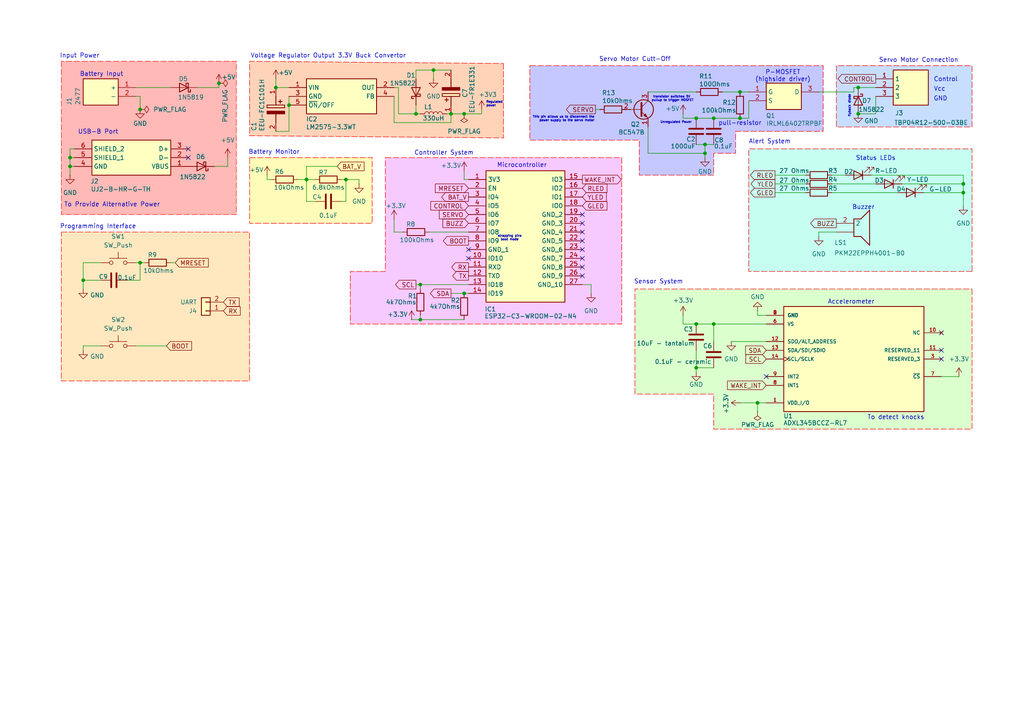
<source format=kicad_sch>
(kicad_sch
	(version 20250114)
	(generator "eeschema")
	(generator_version "9.0")
	(uuid "0bb14822-3a1a-451e-a409-a267c8c1fc8c")
	(paper "A4")
	(title_block
		(title "KnockLockSchematic")
		(date "2025-10-31")
		(rev "2.0")
		(company "HSRW")
		(comment 1 "Group 04")
	)
	
	(text "Voltage Regulator Output 3.3V Buck Convertor\n"
		(exclude_from_sim no)
		(at 72.644 16.256 0)
		(effects
			(font
				(size 1.27 1.27)
			)
			(justify left)
		)
		(uuid "2518258f-ec47-4635-9731-4294b5fb9d18")
	)
	(text "Vcc\n"
		(exclude_from_sim no)
		(at 272.542 25.908 0)
		(effects
			(font
				(size 1.27 1.27)
			)
		)
		(uuid "2f35faaa-140c-4e8d-b215-94b43955d76f")
	)
	(text "Battery Input"
		(exclude_from_sim no)
		(at 29.464 21.59 0)
		(effects
			(font
				(size 1.27 1.27)
			)
		)
		(uuid "3b8b779c-1c9c-40e2-a8af-536a3ad77cd6")
	)
	(text "P-MOSFET\n(highside driver)\n"
		(exclude_from_sim no)
		(at 227.076 22.098 0)
		(effects
			(font
				(size 1.27 1.27)
			)
		)
		(uuid "3c2946ab-01db-4da3-b373-9e8a32240377")
	)
	(text "Controller System\n\n"
		(exclude_from_sim no)
		(at 128.778 45.466 0)
		(effects
			(font
				(size 1.27 1.27)
			)
		)
		(uuid "47a75268-931b-4614-9e57-87da63d14e3b")
	)
	(text "To detect knocks"
		(exclude_from_sim no)
		(at 259.842 121.158 0)
		(effects
			(font
				(size 1.27 1.27)
			)
		)
		(uuid "4956bc1c-7e34-49d0-ab7c-cbdade5f336f")
	)
	(text "Control\n"
		(exclude_from_sim no)
		(at 274.32 23.114 0)
		(effects
			(font
				(size 1.27 1.27)
			)
		)
		(uuid "4c8227c7-d68a-4d32-b156-71de94d5eb5c")
	)
	(text "Programming Interface"
		(exclude_from_sim no)
		(at 28.448 65.786 0)
		(effects
			(font
				(size 1.27 1.27)
			)
		)
		(uuid "50579987-5a47-46b5-8f65-558e335f13fa")
	)
	(text "flyback diode"
		(exclude_from_sim no)
		(at 246.38 30.734 90)
		(effects
			(font
				(size 0.635 0.635)
			)
		)
		(uuid "508fe67a-4f6c-4027-93b7-8c034fe964c8")
	)
	(text "strapping pins\nboot mode"
		(exclude_from_sim no)
		(at 147.828 69.088 0)
		(effects
			(font
				(size 0.635 0.635)
			)
		)
		(uuid "6d09fe77-42b8-4433-8a22-2fc733bcf2cc")
	)
	(text "Unregulated Power"
		(exclude_from_sim no)
		(at 196.088 35.56 0)
		(effects
			(font
				(size 0.635 0.635)
			)
		)
		(uuid "7e62c99c-1061-4081-9d01-08be28a53e17")
	)
	(text "Servo Motor Cutt-Off\n"
		(exclude_from_sim no)
		(at 184.15 17.272 0)
		(effects
			(font
				(size 1.27 1.27)
			)
		)
		(uuid "855f90d5-202f-4ee8-9a53-f5a16071ab7b")
	)
	(text "Regulated \npower"
		(exclude_from_sim no)
		(at 140.97 30.226 0)
		(effects
			(font
				(size 0.635 0.635)
			)
			(justify left)
		)
		(uuid "8e5a9943-6ae4-4f1f-af1f-0a2993ca82ee")
	)
	(text "Sensor System"
		(exclude_from_sim no)
		(at 191.008 81.788 0)
		(effects
			(font
				(size 1.27 1.27)
			)
		)
		(uuid "970382a3-8d5d-4fd6-961d-d2bc39b260c6")
	)
	(text "GND\n"
		(exclude_from_sim no)
		(at 272.796 28.702 0)
		(effects
			(font
				(size 1.27 1.27)
			)
		)
		(uuid "9f38b39d-2a5b-419e-908c-43b3e890c08d")
	)
	(text "Buzzer\n"
		(exclude_from_sim no)
		(at 250.444 60.198 0)
		(effects
			(font
				(size 1.27 1.27)
			)
		)
		(uuid "a39a902e-8615-4e84-9581-d349ef7655ba")
	)
	(text "transistor switches 5V \npullup to trigger MOSFET"
		(exclude_from_sim no)
		(at 195.072 28.702 0)
		(effects
			(font
				(size 0.635 0.635)
			)
		)
		(uuid "a43abb77-ae37-4269-9e08-7336c87aa31a")
	)
	(text "Alert System"
		(exclude_from_sim no)
		(at 223.266 41.148 0)
		(effects
			(font
				(size 1.27 1.27)
			)
		)
		(uuid "a64bffcd-76c2-4104-bc42-5f87edfeb236")
	)
	(text "Servo Motor Connection\n"
		(exclude_from_sim no)
		(at 266.446 17.526 0)
		(effects
			(font
				(size 1.27 1.27)
			)
		)
		(uuid "b0c4f1cb-2d3c-4981-9906-640961395870")
	)
	(text "This pin allows us to disconnect the\npower supply to the servo motor"
		(exclude_from_sim no)
		(at 172.466 34.544 0)
		(effects
			(font
				(size 0.635 0.635)
			)
			(justify right)
		)
		(uuid "bac693c1-0c92-4fc8-b9f6-575eac510243")
	)
	(text "Input Power"
		(exclude_from_sim no)
		(at 23.114 16.256 0)
		(effects
			(font
				(size 1.27 1.27)
			)
		)
		(uuid "cac8903e-ade0-4da7-9d3a-cc0e6681dd03")
	)
	(text "Microcontroller"
		(exclude_from_sim no)
		(at 151.384 48.006 0)
		(effects
			(font
				(size 1.27 1.27)
			)
		)
		(uuid "d93a7ac9-5130-4833-b56a-5313a3b30937")
	)
	(text "Accelerometer"
		(exclude_from_sim no)
		(at 246.888 87.63 0)
		(effects
			(font
				(size 1.27 1.27)
			)
		)
		(uuid "db576aa9-2874-4ac3-a2cf-8c568b9db29c")
	)
	(text "Battery Monitor"
		(exclude_from_sim no)
		(at 79.502 44.196 0)
		(effects
			(font
				(size 1.27 1.27)
			)
		)
		(uuid "e0cf221b-16df-43a9-804a-05ed850ae828")
	)
	(text "Status LEDs"
		(exclude_from_sim no)
		(at 254 45.974 0)
		(effects
			(font
				(size 1.27 1.27)
			)
		)
		(uuid "e632fac2-f4e4-4ef6-a34c-71f1bdb3ed58")
	)
	(text "To Provide Alternative Power"
		(exclude_from_sim no)
		(at 32.512 59.436 0)
		(effects
			(font
				(size 1.27 1.27)
			)
		)
		(uuid "ef267a3f-df0e-4ce1-9f75-864e0f90624d")
	)
	(text "USB-B Port"
		(exclude_from_sim no)
		(at 28.448 38.354 0)
		(effects
			(font
				(size 1.27 1.27)
			)
		)
		(uuid "f16c4163-7d51-4cb6-91de-9dd0b0852c2c")
	)
	(text "pull-resistor"
		(exclude_from_sim no)
		(at 214.63 35.814 0)
		(effects
			(font
				(size 1.27 1.27)
			)
		)
		(uuid "fb7662f4-f7dd-47db-8165-faeadc7bf40b")
	)
	(junction
		(at 279.4 53.34)
		(diameter 0)
		(color 0 0 0 0)
		(uuid "02b9aedf-c91e-4330-a3bf-eba3ba140e96")
	)
	(junction
		(at 40.64 76.2)
		(diameter 0)
		(color 0 0 0 0)
		(uuid "0955c515-6eb1-4ea2-ab31-9433131a4eba")
	)
	(junction
		(at 207.01 93.98)
		(diameter 0)
		(color 0 0 0 0)
		(uuid "1594f4aa-1e3a-401f-97ba-0273707919d7")
	)
	(junction
		(at 20.32 48.26)
		(diameter 0)
		(color 0 0 0 0)
		(uuid "2b52c40e-8431-441a-b5c3-df36b144ad8d")
	)
	(junction
		(at 207.01 34.29)
		(diameter 0)
		(color 0 0 0 0)
		(uuid "2efbc496-e660-433c-9e0a-e28d618f4d65")
	)
	(junction
		(at 63.5 24.13)
		(diameter 0)
		(color 0 0 0 0)
		(uuid "3754c2ec-54e9-49b2-bbb3-df15726c29a6")
	)
	(junction
		(at 219.71 116.84)
		(diameter 0)
		(color 0 0 0 0)
		(uuid "3e189ab3-f1f3-41aa-b8df-8cd744bcce01")
	)
	(junction
		(at 83.82 30.48)
		(diameter 0)
		(color 0 0 0 0)
		(uuid "3f61493d-fc0f-4f6c-a663-0acb6322a5ec")
	)
	(junction
		(at 80.01 25.4)
		(diameter 0)
		(color 0 0 0 0)
		(uuid "4c24af60-2faf-46de-880d-e20aa8449491")
	)
	(junction
		(at 121.92 82.55)
		(diameter 0)
		(color 0 0 0 0)
		(uuid "4d503c51-005f-4110-b540-1f6c34410aed")
	)
	(junction
		(at 121.92 92.71)
		(diameter 0)
		(color 0 0 0 0)
		(uuid "53645e65-1bfe-4975-8d0a-b4b33b9ee62e")
	)
	(junction
		(at 248.92 33.02)
		(diameter 0)
		(color 0 0 0 0)
		(uuid "5bd5098e-ada2-4889-9475-76ad13f42ec4")
	)
	(junction
		(at 24.13 81.28)
		(diameter 0)
		(color 0 0 0 0)
		(uuid "63ef4d6d-a873-4fd9-9843-e1c969a0e56a")
	)
	(junction
		(at 201.93 106.68)
		(diameter 0)
		(color 0 0 0 0)
		(uuid "684709ba-a714-4903-aeec-55fb0dd6a6bd")
	)
	(junction
		(at 100.33 52.07)
		(diameter 0)
		(color 0 0 0 0)
		(uuid "6ad37660-64d6-4a47-95ac-8618541a369c")
	)
	(junction
		(at 279.4 55.88)
		(diameter 0)
		(color 0 0 0 0)
		(uuid "6d330b16-3f39-4d6f-9a2a-37fa133a81dc")
	)
	(junction
		(at 20.32 45.72)
		(diameter 0)
		(color 0 0 0 0)
		(uuid "78de4a0b-fb8f-47f0-86c7-3f79d4066114")
	)
	(junction
		(at 88.9 52.07)
		(diameter 0)
		(color 0 0 0 0)
		(uuid "83356d02-773c-4011-aac0-b60b66f6c8ec")
	)
	(junction
		(at 40.64 31.75)
		(diameter 0)
		(color 0 0 0 0)
		(uuid "880b15e8-ca59-4541-9818-5b7049acd8e7")
	)
	(junction
		(at 125.73 20.32)
		(diameter 0)
		(color 0 0 0 0)
		(uuid "885d72d4-7f77-46f9-a868-beafa6ad4388")
	)
	(junction
		(at 201.93 34.29)
		(diameter 0)
		(color 0 0 0 0)
		(uuid "8e5e9ce8-5797-4b20-b6eb-8f42671a1855")
	)
	(junction
		(at 134.62 33.02)
		(diameter 0)
		(color 0 0 0 0)
		(uuid "99c199a0-2d74-47f4-b84a-3db53faf469c")
	)
	(junction
		(at 130.81 33.02)
		(diameter 0)
		(color 0 0 0 0)
		(uuid "a17a8e7e-10c3-4fca-98b1-1928d50b1d25")
	)
	(junction
		(at 214.63 26.67)
		(diameter 0)
		(color 0 0 0 0)
		(uuid "aa002f6b-358b-4c29-bb42-526728b9497b")
	)
	(junction
		(at 204.47 44.45)
		(diameter 0)
		(color 0 0 0 0)
		(uuid "b3893c45-4b42-490b-961f-129e1e3f6e4c")
	)
	(junction
		(at 201.93 93.98)
		(diameter 0)
		(color 0 0 0 0)
		(uuid "b55206f6-ce55-4cff-ac2c-a30027964d03")
	)
	(junction
		(at 120.65 33.02)
		(diameter 0)
		(color 0 0 0 0)
		(uuid "c5e2a999-b348-4abf-ab89-a8a7c7bfdff6")
	)
	(junction
		(at 248.92 25.4)
		(diameter 0)
		(color 0 0 0 0)
		(uuid "d2d15078-4a94-4e0f-a127-01ebe065098d")
	)
	(junction
		(at 204.47 41.91)
		(diameter 0)
		(color 0 0 0 0)
		(uuid "e00d48fd-9fbf-4605-bab4-6c78507fd8be")
	)
	(junction
		(at 134.62 85.09)
		(diameter 0)
		(color 0 0 0 0)
		(uuid "effc8311-5f5a-4a22-a86e-85556b58be46")
	)
	(junction
		(at 214.63 34.29)
		(diameter 0)
		(color 0 0 0 0)
		(uuid "ffca37a4-73cd-40be-b1dd-81d1dd09766d")
	)
	(no_connect
		(at 168.91 62.23)
		(uuid "23b51a14-36d7-491c-a43d-6ab7812f7128")
	)
	(no_connect
		(at 54.61 43.18)
		(uuid "347f2171-eb36-4255-a335-70b31fdfd7ef")
	)
	(no_connect
		(at 168.91 74.93)
		(uuid "4b62443b-5237-4ed5-a4ee-880dff41448f")
	)
	(no_connect
		(at 273.05 101.6)
		(uuid "51778857-46a3-4836-ad5e-deb05fab18b6")
	)
	(no_connect
		(at 168.91 77.47)
		(uuid "649991ba-3c3b-4b1e-96cf-8bf38906bb1b")
	)
	(no_connect
		(at 135.89 72.39)
		(uuid "6b2fe6a5-9657-4333-ab3d-92281d81a2f8")
	)
	(no_connect
		(at 168.91 67.31)
		(uuid "710ea64f-5aad-4a87-92cd-72dec7c9b3c2")
	)
	(no_connect
		(at 135.89 74.93)
		(uuid "7b53a81b-66a1-4422-b825-c9c03a9eb0be")
	)
	(no_connect
		(at 54.61 45.72)
		(uuid "7db2935d-f0a9-4a4d-9eec-e5f14c982a56")
	)
	(no_connect
		(at 273.05 96.52)
		(uuid "9aee14a5-642e-40fe-8c72-15f6b1616465")
	)
	(no_connect
		(at 168.91 69.85)
		(uuid "9dfb31ef-e162-4792-9be4-51dfd47a9fff")
	)
	(no_connect
		(at 168.91 64.77)
		(uuid "af52f5b8-a510-49d5-aa58-efb5f4d85242")
	)
	(no_connect
		(at 168.91 72.39)
		(uuid "b9f0c0bc-8b02-4ee1-924f-e49ec088ca30")
	)
	(no_connect
		(at 222.25 109.22)
		(uuid "d2e91da7-af06-49e0-8826-c3584ccf01e4")
	)
	(no_connect
		(at 273.05 104.14)
		(uuid "dbf98a0b-7b37-416d-870a-ffcff07f6e35")
	)
	(no_connect
		(at 168.91 80.01)
		(uuid "df21cec2-2fee-408c-ab39-35ef305e4758")
	)
	(wire
		(pts
			(xy 24.13 81.28) (xy 29.21 81.28)
		)
		(stroke
			(width 0)
			(type default)
		)
		(uuid "021a1b7f-b027-4cc2-865f-724a87a02617")
	)
	(wire
		(pts
			(xy 134.62 52.07) (xy 135.89 52.07)
		)
		(stroke
			(width 0)
			(type default)
		)
		(uuid "0249279d-2bbc-4839-aeb2-2e4c8188fe99")
	)
	(wire
		(pts
			(xy 198.12 33.02) (xy 198.12 34.29)
		)
		(stroke
			(width 0)
			(type default)
		)
		(uuid "02a0b19d-dafb-4fb8-93ad-607a1c969773")
	)
	(wire
		(pts
			(xy 63.5 25.4) (xy 63.5 24.13)
		)
		(stroke
			(width 0)
			(type default)
		)
		(uuid "0345ff30-4b84-4e99-a90f-bbb4d7c76cde")
	)
	(wire
		(pts
			(xy 134.62 85.09) (xy 135.89 85.09)
		)
		(stroke
			(width 0)
			(type default)
		)
		(uuid "04a9454e-01e7-474b-bcf8-e74d8b5f78b1")
	)
	(wire
		(pts
			(xy 241.3 50.8) (xy 245.11 50.8)
		)
		(stroke
			(width 0)
			(type default)
		)
		(uuid "04eedfe2-43b9-434c-a425-1738cac498b8")
	)
	(wire
		(pts
			(xy 247.65 25.4) (xy 247.65 26.67)
		)
		(stroke
			(width 0)
			(type default)
		)
		(uuid "04f00b07-0dae-4cba-8612-d3ea304cc0a2")
	)
	(wire
		(pts
			(xy 187.96 36.83) (xy 187.96 44.45)
		)
		(stroke
			(width 0)
			(type default)
		)
		(uuid "050e6e14-2bb5-47f1-9b06-d0d16be0c416")
	)
	(wire
		(pts
			(xy 214.63 26.67) (xy 217.17 26.67)
		)
		(stroke
			(width 0)
			(type default)
		)
		(uuid "0f598a29-d0fb-4120-b4dc-6bbacbfea37a")
	)
	(wire
		(pts
			(xy 134.62 49.53) (xy 134.62 52.07)
		)
		(stroke
			(width 0)
			(type default)
		)
		(uuid "1409b773-58bd-4a8c-a9dd-488a8a5474fe")
	)
	(wire
		(pts
			(xy 204.47 45.72) (xy 204.47 44.45)
		)
		(stroke
			(width 0)
			(type default)
		)
		(uuid "143161cf-0d90-4e9b-9988-7bb7fcb251c0")
	)
	(wire
		(pts
			(xy 80.01 38.1) (xy 83.82 38.1)
		)
		(stroke
			(width 0)
			(type default)
		)
		(uuid "1499d0b9-e451-4809-b5e5-ddc557906445")
	)
	(wire
		(pts
			(xy 180.34 31.75) (xy 181.61 31.75)
		)
		(stroke
			(width 0)
			(type default)
		)
		(uuid "15970311-f94e-495d-b52e-bc418e0fba05")
	)
	(wire
		(pts
			(xy 99.06 58.42) (xy 100.33 58.42)
		)
		(stroke
			(width 0)
			(type default)
		)
		(uuid "161827a5-5cb2-4447-83c0-7e2d37799c9b")
	)
	(wire
		(pts
			(xy 120.65 20.32) (xy 125.73 20.32)
		)
		(stroke
			(width 0)
			(type default)
		)
		(uuid "189885ba-fd25-4e16-8834-08aca68cd922")
	)
	(wire
		(pts
			(xy 29.21 76.2) (xy 24.13 76.2)
		)
		(stroke
			(width 0)
			(type default)
		)
		(uuid "1bd52e56-3e4b-4c84-b861-9a1188423ebe")
	)
	(wire
		(pts
			(xy 120.65 82.55) (xy 121.92 82.55)
		)
		(stroke
			(width 0)
			(type default)
		)
		(uuid "202e4eb7-d90a-4f21-972d-3b71781a5285")
	)
	(wire
		(pts
			(xy 207.01 106.68) (xy 201.93 106.68)
		)
		(stroke
			(width 0)
			(type default)
		)
		(uuid "218446f0-0488-45d0-b001-6c202ffc67ab")
	)
	(wire
		(pts
			(xy 24.13 100.33) (xy 29.21 100.33)
		)
		(stroke
			(width 0)
			(type default)
		)
		(uuid "2241c6ba-adc5-4b04-aa27-0083939a70db")
	)
	(wire
		(pts
			(xy 21.59 43.18) (xy 20.32 43.18)
		)
		(stroke
			(width 0)
			(type default)
		)
		(uuid "22ba65bb-7511-4f13-9d8d-ba571cee6c39")
	)
	(wire
		(pts
			(xy 66.04 48.26) (xy 66.04 45.72)
		)
		(stroke
			(width 0)
			(type default)
		)
		(uuid "24859379-ee59-4e00-8209-bb732dc35030")
	)
	(wire
		(pts
			(xy 115.57 25.4) (xy 115.57 33.02)
		)
		(stroke
			(width 0)
			(type default)
		)
		(uuid "255409b9-f771-4425-8db6-53c6b88c63ca")
	)
	(wire
		(pts
			(xy 121.92 91.44) (xy 121.92 92.71)
		)
		(stroke
			(width 0)
			(type default)
		)
		(uuid "2ac0a695-bbca-41f3-9086-c829377ffd5d")
	)
	(wire
		(pts
			(xy 130.81 85.09) (xy 134.62 85.09)
		)
		(stroke
			(width 0)
			(type default)
		)
		(uuid "2fa266c6-d817-453d-9585-7e90d5238f22")
	)
	(wire
		(pts
			(xy 254 33.02) (xy 248.92 33.02)
		)
		(stroke
			(width 0)
			(type default)
		)
		(uuid "3094c35a-5ab3-433b-99a4-fad8bae03503")
	)
	(wire
		(pts
			(xy 172.72 31.75) (xy 173.99 31.75)
		)
		(stroke
			(width 0)
			(type default)
		)
		(uuid "319b8ba3-924f-47fd-b432-035f75e0c511")
	)
	(wire
		(pts
			(xy 77.47 50.8) (xy 77.47 52.07)
		)
		(stroke
			(width 0)
			(type default)
		)
		(uuid "322ef5b8-a7a5-47b5-af21-f291b5ea16aa")
	)
	(wire
		(pts
			(xy 20.32 45.72) (xy 20.32 48.26)
		)
		(stroke
			(width 0)
			(type default)
		)
		(uuid "36952cf6-5268-4faf-86ea-ce551abe4ceb")
	)
	(wire
		(pts
			(xy 214.63 34.29) (xy 217.17 34.29)
		)
		(stroke
			(width 0)
			(type default)
		)
		(uuid "39066b7a-d50c-4c4e-b272-7a30da085048")
	)
	(wire
		(pts
			(xy 130.81 33.02) (xy 130.81 35.56)
		)
		(stroke
			(width 0)
			(type default)
		)
		(uuid "39fab9f1-4dc5-436a-b3d6-495a835f12a0")
	)
	(wire
		(pts
			(xy 198.12 91.44) (xy 198.12 93.98)
		)
		(stroke
			(width 0)
			(type default)
		)
		(uuid "3a15f736-2be0-4974-b504-0ef2333edf34")
	)
	(wire
		(pts
			(xy 273.05 109.22) (xy 278.13 109.22)
		)
		(stroke
			(width 0)
			(type default)
		)
		(uuid "3adc1099-cc6f-4fbb-aad5-5cad15cffb50")
	)
	(wire
		(pts
			(xy 36.83 81.28) (xy 40.64 81.28)
		)
		(stroke
			(width 0)
			(type default)
		)
		(uuid "3f96c03b-7918-4c1f-9535-5f9ef97b3c69")
	)
	(wire
		(pts
			(xy 201.93 107.95) (xy 201.93 106.68)
		)
		(stroke
			(width 0)
			(type default)
		)
		(uuid "4160e5e6-cafb-45d6-befb-90d3ba9f4d95")
	)
	(wire
		(pts
			(xy 114.3 35.56) (xy 130.81 35.56)
		)
		(stroke
			(width 0)
			(type default)
		)
		(uuid "42138061-52e7-45e2-9b08-230c0ad2e4b6")
	)
	(wire
		(pts
			(xy 201.93 34.29) (xy 207.01 34.29)
		)
		(stroke
			(width 0)
			(type default)
		)
		(uuid "42ca785b-c5fb-446b-a983-aa1e0f850470")
	)
	(wire
		(pts
			(xy 139.7 33.02) (xy 139.7 31.75)
		)
		(stroke
			(width 0)
			(type default)
		)
		(uuid "42f19009-9e21-4ad4-aede-dba9b184869e")
	)
	(wire
		(pts
			(xy 121.92 83.82) (xy 121.92 82.55)
		)
		(stroke
			(width 0)
			(type default)
		)
		(uuid "44f5228b-f475-4d43-bf41-37f1aaa219d5")
	)
	(wire
		(pts
			(xy 20.32 45.72) (xy 21.59 45.72)
		)
		(stroke
			(width 0)
			(type default)
		)
		(uuid "461bfc08-b207-46a9-895b-faf5d4853393")
	)
	(wire
		(pts
			(xy 187.96 44.45) (xy 204.47 44.45)
		)
		(stroke
			(width 0)
			(type default)
		)
		(uuid "46ca8fcf-ee51-47de-8cd5-c6354a0d04b7")
	)
	(wire
		(pts
			(xy 267.97 55.88) (xy 279.4 55.88)
		)
		(stroke
			(width 0)
			(type default)
		)
		(uuid "46e35a2c-4b99-43b9-b02a-9740abbe739f")
	)
	(wire
		(pts
			(xy 201.93 93.98) (xy 207.01 93.98)
		)
		(stroke
			(width 0)
			(type default)
		)
		(uuid "4b4021c3-ac00-4e88-ae3f-36dac736573f")
	)
	(wire
		(pts
			(xy 219.71 90.17) (xy 219.71 91.44)
		)
		(stroke
			(width 0)
			(type default)
		)
		(uuid "4d8c409e-3410-4aad-8107-46b179e7c6fb")
	)
	(wire
		(pts
			(xy 171.45 82.55) (xy 171.45 85.09)
		)
		(stroke
			(width 0)
			(type default)
		)
		(uuid "4e29810a-d055-4b9a-9cad-533894ecfced")
	)
	(wire
		(pts
			(xy 198.12 34.29) (xy 201.93 34.29)
		)
		(stroke
			(width 0)
			(type default)
		)
		(uuid "4f08b178-4ca6-4901-8a12-59bef406c4b1")
	)
	(wire
		(pts
			(xy 99.06 52.07) (xy 100.33 52.07)
		)
		(stroke
			(width 0)
			(type default)
		)
		(uuid "51154b31-e14f-4803-a022-9169760de1ce")
	)
	(wire
		(pts
			(xy 125.73 20.32) (xy 125.73 22.86)
		)
		(stroke
			(width 0)
			(type default)
		)
		(uuid "5394092f-20a4-4fdd-9bf0-9b61b7e799da")
	)
	(wire
		(pts
			(xy 39.37 25.4) (xy 49.53 25.4)
		)
		(stroke
			(width 0)
			(type default)
		)
		(uuid "56bd28fc-56c3-4060-9111-e4af12c6be36")
	)
	(wire
		(pts
			(xy 130.81 33.02) (xy 134.62 33.02)
		)
		(stroke
			(width 0)
			(type default)
		)
		(uuid "56fb5141-38fe-4d37-b852-dadecdafb91e")
	)
	(wire
		(pts
			(xy 40.64 76.2) (xy 39.37 76.2)
		)
		(stroke
			(width 0)
			(type default)
		)
		(uuid "5caeda75-0587-4bc8-902e-a642545f8b79")
	)
	(wire
		(pts
			(xy 119.38 92.71) (xy 121.92 92.71)
		)
		(stroke
			(width 0)
			(type default)
		)
		(uuid "5f43cba0-fb8b-4288-a66e-3a89daef7904")
	)
	(wire
		(pts
			(xy 120.65 30.48) (xy 120.65 33.02)
		)
		(stroke
			(width 0)
			(type default)
		)
		(uuid "612b78f3-a0bc-4c71-b26f-bc59e5350410")
	)
	(wire
		(pts
			(xy 252.73 50.8) (xy 279.4 50.8)
		)
		(stroke
			(width 0)
			(type default)
		)
		(uuid "6252a8cd-6a1d-479c-bc75-b2412b0af64b")
	)
	(wire
		(pts
			(xy 134.62 33.02) (xy 139.7 33.02)
		)
		(stroke
			(width 0)
			(type default)
		)
		(uuid "665c06eb-549f-4d7c-a598-10240c87fd11")
	)
	(wire
		(pts
			(xy 97.79 48.26) (xy 88.9 48.26)
		)
		(stroke
			(width 0)
			(type default)
		)
		(uuid "66e7ace3-4b35-4df1-9715-f801f3262784")
	)
	(wire
		(pts
			(xy 207.01 99.06) (xy 207.01 93.98)
		)
		(stroke
			(width 0)
			(type default)
		)
		(uuid "67e01b0e-8ec6-418d-a48e-18a41669f6c0")
	)
	(wire
		(pts
			(xy 120.65 20.32) (xy 120.65 22.86)
		)
		(stroke
			(width 0)
			(type default)
		)
		(uuid "6b4b0166-d667-4958-b117-c89c8750a2b6")
	)
	(wire
		(pts
			(xy 219.71 116.84) (xy 222.25 116.84)
		)
		(stroke
			(width 0)
			(type default)
		)
		(uuid "6b9ecaee-7f05-492d-80b4-dd7c13726439")
	)
	(wire
		(pts
			(xy 86.36 52.07) (xy 88.9 52.07)
		)
		(stroke
			(width 0)
			(type default)
		)
		(uuid "6f54d23c-4333-464f-ac44-6ac3ab071eec")
	)
	(wire
		(pts
			(xy 124.46 67.31) (xy 135.89 67.31)
		)
		(stroke
			(width 0)
			(type default)
		)
		(uuid "7332f827-b3e0-43ea-92d5-a1335b404ea8")
	)
	(wire
		(pts
			(xy 114.3 27.94) (xy 114.3 35.56)
		)
		(stroke
			(width 0)
			(type default)
		)
		(uuid "73d062b5-58d9-4a7a-b5be-a9f58e8f6c73")
	)
	(wire
		(pts
			(xy 21.59 48.26) (xy 20.32 48.26)
		)
		(stroke
			(width 0)
			(type default)
		)
		(uuid "752a41ba-da96-4ba6-b839-e8ed099df4c3")
	)
	(wire
		(pts
			(xy 115.57 33.02) (xy 120.65 33.02)
		)
		(stroke
			(width 0)
			(type default)
		)
		(uuid "795873e7-5550-4bf3-923a-8fb784da7aed")
	)
	(wire
		(pts
			(xy 222.25 91.44) (xy 219.71 91.44)
		)
		(stroke
			(width 0)
			(type default)
		)
		(uuid "7a707489-a0aa-45fc-b102-8a2408fde9e0")
	)
	(wire
		(pts
			(xy 224.79 55.88) (xy 233.68 55.88)
		)
		(stroke
			(width 0)
			(type default)
		)
		(uuid "7c4a7d30-f06e-4e0b-a53e-6e5af2dca4df")
	)
	(wire
		(pts
			(xy 125.73 20.32) (xy 130.81 20.32)
		)
		(stroke
			(width 0)
			(type default)
		)
		(uuid "7da022bd-f55f-47b8-bc2b-bce9ad4144f6")
	)
	(wire
		(pts
			(xy 279.4 59.69) (xy 279.4 55.88)
		)
		(stroke
			(width 0)
			(type default)
		)
		(uuid "8094832c-8510-460a-89bb-2040985f4dd2")
	)
	(wire
		(pts
			(xy 121.92 92.71) (xy 134.62 92.71)
		)
		(stroke
			(width 0)
			(type default)
		)
		(uuid "811baba2-5e10-484e-931d-6577da680cd0")
	)
	(wire
		(pts
			(xy 20.32 48.26) (xy 20.32 50.8)
		)
		(stroke
			(width 0)
			(type default)
		)
		(uuid "89071cdb-1b69-419e-806a-307014ba29f8")
	)
	(wire
		(pts
			(xy 247.65 26.67) (xy 237.49 26.67)
		)
		(stroke
			(width 0)
			(type default)
		)
		(uuid "899c3641-cfa9-498c-af07-500fa27e69f4")
	)
	(wire
		(pts
			(xy 83.82 38.1) (xy 83.82 30.48)
		)
		(stroke
			(width 0)
			(type default)
		)
		(uuid "8a838661-1094-4b3d-bf90-e744f58c3ae5")
	)
	(wire
		(pts
			(xy 80.01 22.86) (xy 80.01 25.4)
		)
		(stroke
			(width 0)
			(type default)
		)
		(uuid "8b754130-ad15-4991-b611-8bea0ff490fd")
	)
	(wire
		(pts
			(xy 214.63 116.84) (xy 219.71 116.84)
		)
		(stroke
			(width 0)
			(type default)
		)
		(uuid "8d9e7cae-9ae1-42ce-ae9d-6989c59ac337")
	)
	(wire
		(pts
			(xy 41.91 76.2) (xy 40.64 76.2)
		)
		(stroke
			(width 0)
			(type default)
		)
		(uuid "8de58b95-e18d-4f47-8d2d-16a80a37fbfd")
	)
	(wire
		(pts
			(xy 62.23 48.26) (xy 66.04 48.26)
		)
		(stroke
			(width 0)
			(type default)
		)
		(uuid "93101a1e-4ef9-4f90-9de4-f12832ab65b4")
	)
	(wire
		(pts
			(xy 121.92 33.02) (xy 120.65 33.02)
		)
		(stroke
			(width 0)
			(type default)
		)
		(uuid "9f404ca7-0459-4ea8-ac86-7d4ab56baa5d")
	)
	(wire
		(pts
			(xy 48.26 100.33) (xy 39.37 100.33)
		)
		(stroke
			(width 0)
			(type default)
		)
		(uuid "9f8f5aff-1256-4fa7-b164-46a46b536825")
	)
	(wire
		(pts
			(xy 198.12 93.98) (xy 201.93 93.98)
		)
		(stroke
			(width 0)
			(type default)
		)
		(uuid "a30c62e0-df41-4c28-9500-5e76972a4461")
	)
	(wire
		(pts
			(xy 88.9 48.26) (xy 88.9 52.07)
		)
		(stroke
			(width 0)
			(type default)
		)
		(uuid "a3637818-3daa-4698-8bc3-3d3c752e797f")
	)
	(wire
		(pts
			(xy 88.9 58.42) (xy 88.9 52.07)
		)
		(stroke
			(width 0)
			(type default)
		)
		(uuid "a3f5f283-ffc7-46d9-b496-683ed39c64e7")
	)
	(wire
		(pts
			(xy 209.55 26.67) (xy 214.63 26.67)
		)
		(stroke
			(width 0)
			(type default)
		)
		(uuid "a5a5fc1e-974e-45bb-b44a-4fb016341f00")
	)
	(wire
		(pts
			(xy 83.82 27.94) (xy 83.82 30.48)
		)
		(stroke
			(width 0)
			(type default)
		)
		(uuid "a694b31c-febe-45a5-94a1-bd64217f2ef7")
	)
	(wire
		(pts
			(xy 88.9 52.07) (xy 91.44 52.07)
		)
		(stroke
			(width 0)
			(type default)
		)
		(uuid "a69feaac-8dca-47cf-9d2c-8afeb86e1dc9")
	)
	(wire
		(pts
			(xy 104.14 52.07) (xy 104.14 53.34)
		)
		(stroke
			(width 0)
			(type default)
		)
		(uuid "a6c511ae-cc9c-4613-a426-c75cb7e23fde")
	)
	(wire
		(pts
			(xy 261.62 53.34) (xy 279.4 53.34)
		)
		(stroke
			(width 0)
			(type default)
		)
		(uuid "a72992ca-bb6e-44b5-b678-8db49c688772")
	)
	(wire
		(pts
			(xy 121.92 82.55) (xy 135.89 82.55)
		)
		(stroke
			(width 0)
			(type default)
		)
		(uuid "a9746c78-03ca-46ca-82e2-d2accd66bc13")
	)
	(wire
		(pts
			(xy 20.32 43.18) (xy 20.32 45.72)
		)
		(stroke
			(width 0)
			(type default)
		)
		(uuid "ab846316-a2f0-419d-8828-15088ab35474")
	)
	(wire
		(pts
			(xy 187.96 26.67) (xy 201.93 26.67)
		)
		(stroke
			(width 0)
			(type default)
		)
		(uuid "b05d616e-b796-4ab6-a2fb-9cc004446fad")
	)
	(wire
		(pts
			(xy 217.17 34.29) (xy 217.17 29.21)
		)
		(stroke
			(width 0)
			(type default)
		)
		(uuid "b44f183d-6fc9-4a75-9d37-51edfaf23b9e")
	)
	(wire
		(pts
			(xy 207.01 34.29) (xy 214.63 34.29)
		)
		(stroke
			(width 0)
			(type default)
		)
		(uuid "b50a551d-89f9-4c50-b397-86104624aba9")
	)
	(wire
		(pts
			(xy 224.79 50.8) (xy 233.68 50.8)
		)
		(stroke
			(width 0)
			(type default)
		)
		(uuid "b559115f-753b-4906-a247-036373b211f7")
	)
	(wire
		(pts
			(xy 91.44 58.42) (xy 88.9 58.42)
		)
		(stroke
			(width 0)
			(type default)
		)
		(uuid "b56cfa18-6557-428d-af76-1812a32fd03a")
	)
	(wire
		(pts
			(xy 204.47 41.91) (xy 207.01 41.91)
		)
		(stroke
			(width 0)
			(type default)
		)
		(uuid "bb3c6082-4663-465c-8b8c-d05bbe4cd0d4")
	)
	(wire
		(pts
			(xy 279.4 53.34) (xy 279.4 55.88)
		)
		(stroke
			(width 0)
			(type default)
		)
		(uuid "bc509333-10bd-4bc4-a67a-5c98f886dd32")
	)
	(wire
		(pts
			(xy 24.13 81.28) (xy 24.13 83.82)
		)
		(stroke
			(width 0)
			(type default)
		)
		(uuid "beddec6d-c065-44ce-a0c4-8c4c285f7fbd")
	)
	(wire
		(pts
			(xy 100.33 52.07) (xy 104.14 52.07)
		)
		(stroke
			(width 0)
			(type default)
		)
		(uuid "c190327a-6b6f-4ddc-ae8e-64a0c4ac97be")
	)
	(wire
		(pts
			(xy 242.57 67.31) (xy 237.49 67.31)
		)
		(stroke
			(width 0)
			(type default)
		)
		(uuid "c23088fd-76be-440f-b41f-c69264862db7")
	)
	(wire
		(pts
			(xy 50.8 76.2) (xy 49.53 76.2)
		)
		(stroke
			(width 0)
			(type default)
		)
		(uuid "c266e937-b468-4d3f-ac03-f411978115ea")
	)
	(wire
		(pts
			(xy 207.01 93.98) (xy 222.25 93.98)
		)
		(stroke
			(width 0)
			(type default)
		)
		(uuid "c665e788-e03e-41b4-9335-05cc28f9e6d3")
	)
	(wire
		(pts
			(xy 114.3 67.31) (xy 116.84 67.31)
		)
		(stroke
			(width 0)
			(type default)
		)
		(uuid "c7604380-26c2-423d-b7cc-9decab9f237f")
	)
	(wire
		(pts
			(xy 100.33 58.42) (xy 100.33 52.07)
		)
		(stroke
			(width 0)
			(type default)
		)
		(uuid "c963315c-f910-43bb-81fc-d8f576dfe746")
	)
	(wire
		(pts
			(xy 168.91 82.55) (xy 171.45 82.55)
		)
		(stroke
			(width 0)
			(type default)
		)
		(uuid "cb0096ed-76e1-466d-be71-ceffbe01392a")
	)
	(wire
		(pts
			(xy 204.47 44.45) (xy 204.47 41.91)
		)
		(stroke
			(width 0)
			(type default)
		)
		(uuid "d03f2195-502c-426a-abbf-c2b0a6c28207")
	)
	(wire
		(pts
			(xy 130.81 33.02) (xy 129.54 33.02)
		)
		(stroke
			(width 0)
			(type default)
		)
		(uuid "d0c1f21d-8095-4969-a8a7-4ddc2286c2a4")
	)
	(wire
		(pts
			(xy 212.09 99.06) (xy 222.25 99.06)
		)
		(stroke
			(width 0)
			(type default)
		)
		(uuid "d0f1bd0d-a47c-4701-94ef-9b2bdc4e6673")
	)
	(wire
		(pts
			(xy 247.65 25.4) (xy 248.92 25.4)
		)
		(stroke
			(width 0)
			(type default)
		)
		(uuid "d261dd8e-8b4d-40b9-b277-dc89d0fb26f7")
	)
	(wire
		(pts
			(xy 254 27.94) (xy 254 33.02)
		)
		(stroke
			(width 0)
			(type default)
		)
		(uuid "d29d4a4f-3bf3-4980-89f9-b419c7c5b640")
	)
	(wire
		(pts
			(xy 40.64 27.94) (xy 39.37 27.94)
		)
		(stroke
			(width 0)
			(type default)
		)
		(uuid "d3c8608c-c7fa-4aca-8f52-121717b79088")
	)
	(wire
		(pts
			(xy 57.15 25.4) (xy 63.5 25.4)
		)
		(stroke
			(width 0)
			(type default)
		)
		(uuid "d6002f65-599e-44c2-9e3f-be673f36c173")
	)
	(wire
		(pts
			(xy 241.3 53.34) (xy 254 53.34)
		)
		(stroke
			(width 0)
			(type default)
		)
		(uuid "d64aaa4c-f0c5-4aef-a6ca-7ffba8e9a84d")
	)
	(wire
		(pts
			(xy 24.13 101.6) (xy 24.13 100.33)
		)
		(stroke
			(width 0)
			(type default)
		)
		(uuid "d6e3f57f-f675-4d41-ac5c-699e9d84a300")
	)
	(wire
		(pts
			(xy 24.13 76.2) (xy 24.13 81.28)
		)
		(stroke
			(width 0)
			(type default)
		)
		(uuid "d86e83ed-b7ec-4ccb-ac21-dc63f77b9eb4")
	)
	(wire
		(pts
			(xy 237.49 67.31) (xy 237.49 68.58)
		)
		(stroke
			(width 0)
			(type default)
		)
		(uuid "d8d31249-1b23-4e93-8a3f-07b85aa5d582")
	)
	(wire
		(pts
			(xy 80.01 25.4) (xy 83.82 25.4)
		)
		(stroke
			(width 0)
			(type default)
		)
		(uuid "de37fbdc-3bd0-47ee-bc7e-bef878170e21")
	)
	(wire
		(pts
			(xy 40.64 27.94) (xy 40.64 31.75)
		)
		(stroke
			(width 0)
			(type default)
		)
		(uuid "e0788b26-b724-4e2f-9439-1b879d72a4cf")
	)
	(wire
		(pts
			(xy 201.93 101.6) (xy 201.93 106.68)
		)
		(stroke
			(width 0)
			(type default)
		)
		(uuid "e1dc7d26-8d0f-4f9c-9c9c-18748d2b7d8a")
	)
	(wire
		(pts
			(xy 114.3 25.4) (xy 115.57 25.4)
		)
		(stroke
			(width 0)
			(type default)
		)
		(uuid "e3737366-a52f-4025-ba0d-4740231ca0d2")
	)
	(wire
		(pts
			(xy 40.64 76.2) (xy 40.64 81.28)
		)
		(stroke
			(width 0)
			(type default)
		)
		(uuid "e6a3c8b3-34c2-4836-9553-bca8d32d9b97")
	)
	(wire
		(pts
			(xy 224.79 53.34) (xy 233.68 53.34)
		)
		(stroke
			(width 0)
			(type default)
		)
		(uuid "ea7e0357-ac6d-404e-bd13-1257f0f49edc")
	)
	(wire
		(pts
			(xy 219.71 116.84) (xy 219.71 119.38)
		)
		(stroke
			(width 0)
			(type default)
		)
		(uuid "ebcf0ee6-72d1-4c37-a0bb-0ecf02d3ea5a")
	)
	(wire
		(pts
			(xy 248.92 25.4) (xy 254 25.4)
		)
		(stroke
			(width 0)
			(type default)
		)
		(uuid "ecf6f406-50fc-4fef-b96f-229b9a8b5a8e")
	)
	(wire
		(pts
			(xy 77.47 52.07) (xy 78.74 52.07)
		)
		(stroke
			(width 0)
			(type default)
		)
		(uuid "f02b9425-9866-4b9a-bbac-5b47ab7b1ff1")
	)
	(wire
		(pts
			(xy 201.93 41.91) (xy 204.47 41.91)
		)
		(stroke
			(width 0)
			(type default)
		)
		(uuid "f1047dc1-6cdd-4265-b5f2-27a90dbc92fc")
	)
	(wire
		(pts
			(xy 279.4 50.8) (xy 279.4 53.34)
		)
		(stroke
			(width 0)
			(type default)
		)
		(uuid "f225032d-e5b9-4d5a-b965-6e6fbdbddbde")
	)
	(wire
		(pts
			(xy 241.3 55.88) (xy 260.35 55.88)
		)
		(stroke
			(width 0)
			(type default)
		)
		(uuid "fbbb5bdb-34ca-4322-a10e-0bb0fa77147a")
	)
	(wire
		(pts
			(xy 114.3 63.5) (xy 114.3 67.31)
		)
		(stroke
			(width 0)
			(type default)
		)
		(uuid "ffd1bba2-9713-43bb-8535-7742ea7a6815")
	)
	(global_label "RLED"
		(shape input)
		(at 168.91 54.61 0)
		(fields_autoplaced yes)
		(effects
			(font
				(size 1.27 1.27)
			)
			(justify left)
		)
		(uuid "00aea57d-e397-47da-bcbe-cf1501250d67")
		(property "Intersheetrefs" "${INTERSHEET_REFS}"
			(at 176.6123 54.61 0)
			(effects
				(font
					(size 1.27 1.27)
				)
				(justify left)
				(hide yes)
			)
		)
	)
	(global_label "SERVO"
		(shape output)
		(at 172.72 31.75 180)
		(fields_autoplaced yes)
		(effects
			(font
				(size 1.27 1.27)
			)
			(justify right)
		)
		(uuid "1376dde2-a7f6-447c-b1b6-b89cb9d9460a")
		(property "Intersheetrefs" "${INTERSHEET_REFS}"
			(at 163.6872 31.75 0)
			(effects
				(font
					(size 1.27 1.27)
				)
				(justify right)
				(hide yes)
			)
		)
	)
	(global_label "BAT_V"
		(shape output)
		(at 135.89 57.15 180)
		(fields_autoplaced yes)
		(effects
			(font
				(size 1.27 1.27)
			)
			(justify right)
		)
		(uuid "14c3658d-b3e9-48cb-ba90-127bb7a6298a")
		(property "Intersheetrefs" "${INTERSHEET_REFS}"
			(at 127.5224 57.15 0)
			(effects
				(font
					(size 1.27 1.27)
				)
				(justify right)
				(hide yes)
			)
		)
	)
	(global_label "SCL"
		(shape input)
		(at 222.25 104.14 180)
		(fields_autoplaced yes)
		(effects
			(font
				(size 1.27 1.27)
			)
			(justify right)
		)
		(uuid "1939520c-17ee-4f99-9d0f-e5ed3b029161")
		(property "Intersheetrefs" "${INTERSHEET_REFS}"
			(at 215.7572 104.14 0)
			(effects
				(font
					(size 1.27 1.27)
				)
				(justify right)
				(hide yes)
			)
		)
	)
	(global_label "WAKE_INT"
		(shape input)
		(at 222.25 111.76 180)
		(fields_autoplaced yes)
		(effects
			(font
				(size 1.27 1.27)
			)
			(justify right)
		)
		(uuid "20ab9aa6-80c3-4425-8340-d16bf4b9f359")
		(property "Intersheetrefs" "${INTERSHEET_REFS}"
			(at 210.4353 111.76 0)
			(effects
				(font
					(size 1.27 1.27)
				)
				(justify right)
				(hide yes)
			)
		)
	)
	(global_label "RX"
		(shape output)
		(at 135.89 77.47 180)
		(fields_autoplaced yes)
		(effects
			(font
				(size 1.27 1.27)
			)
			(justify right)
		)
		(uuid "24d9c526-1ec2-4084-acc6-7ad27b64afc5")
		(property "Intersheetrefs" "${INTERSHEET_REFS}"
			(at 130.4253 77.47 0)
			(effects
				(font
					(size 1.27 1.27)
				)
				(justify right)
				(hide yes)
			)
		)
	)
	(global_label "SERVO"
		(shape input)
		(at 135.89 62.23 180)
		(fields_autoplaced yes)
		(effects
			(font
				(size 1.27 1.27)
			)
			(justify right)
		)
		(uuid "29c37bac-81ee-47c6-9e2d-f9aaecbd9a43")
		(property "Intersheetrefs" "${INTERSHEET_REFS}"
			(at 126.8572 62.23 0)
			(effects
				(font
					(size 1.27 1.27)
				)
				(justify right)
				(hide yes)
			)
		)
	)
	(global_label "CONTROL"
		(shape input)
		(at 135.89 59.69 180)
		(fields_autoplaced yes)
		(effects
			(font
				(size 1.27 1.27)
			)
			(justify right)
		)
		(uuid "349eb7e8-5e70-4c8a-b421-7b9c8c457b1c")
		(property "Intersheetrefs" "${INTERSHEET_REFS}"
			(at 124.3776 59.69 0)
			(effects
				(font
					(size 1.27 1.27)
				)
				(justify right)
				(hide yes)
			)
		)
	)
	(global_label "MRESET"
		(shape input)
		(at 135.89 54.61 180)
		(fields_autoplaced yes)
		(effects
			(font
				(size 1.27 1.27)
			)
			(justify right)
		)
		(uuid "362c9ef4-ca2c-431c-ab1e-8f475e8797d0")
		(property "Intersheetrefs" "${INTERSHEET_REFS}"
			(at 125.7083 54.61 0)
			(effects
				(font
					(size 1.27 1.27)
				)
				(justify right)
				(hide yes)
			)
		)
	)
	(global_label "YLED"
		(shape input)
		(at 168.91 57.15 0)
		(fields_autoplaced yes)
		(effects
			(font
				(size 1.27 1.27)
			)
			(justify left)
		)
		(uuid "395975b8-7d0a-49e5-a331-f90d55c93b04")
		(property "Intersheetrefs" "${INTERSHEET_REFS}"
			(at 176.4309 57.15 0)
			(effects
				(font
					(size 1.27 1.27)
				)
				(justify left)
				(hide yes)
			)
		)
	)
	(global_label "RLED"
		(shape output)
		(at 224.79 50.8 180)
		(fields_autoplaced yes)
		(effects
			(font
				(size 1.27 1.27)
			)
			(justify right)
		)
		(uuid "44b0ea0b-c236-4500-9874-70672838697f")
		(property "Intersheetrefs" "${INTERSHEET_REFS}"
			(at 217.0877 50.8 0)
			(effects
				(font
					(size 1.27 1.27)
				)
				(justify right)
				(hide yes)
			)
		)
	)
	(global_label "BOOT"
		(shape output)
		(at 135.89 69.85 180)
		(fields_autoplaced yes)
		(effects
			(font
				(size 1.27 1.27)
			)
			(justify right)
		)
		(uuid "663b9678-21c1-4178-abb7-a531c4b1d0cc")
		(property "Intersheetrefs" "${INTERSHEET_REFS}"
			(at 128.0062 69.85 0)
			(effects
				(font
					(size 1.27 1.27)
				)
				(justify right)
				(hide yes)
			)
		)
	)
	(global_label "SDA"
		(shape output)
		(at 130.81 85.09 180)
		(fields_autoplaced yes)
		(effects
			(font
				(size 1.27 1.27)
			)
			(justify right)
		)
		(uuid "67ef4876-ce63-4285-b08c-75de53ed46d4")
		(property "Intersheetrefs" "${INTERSHEET_REFS}"
			(at 124.2567 85.09 0)
			(effects
				(font
					(size 1.27 1.27)
				)
				(justify right)
				(hide yes)
			)
		)
	)
	(global_label "TX"
		(shape output)
		(at 135.89 80.01 180)
		(fields_autoplaced yes)
		(effects
			(font
				(size 1.27 1.27)
			)
			(justify right)
		)
		(uuid "6fff1a1b-717a-4811-9e75-1c6d003be689")
		(property "Intersheetrefs" "${INTERSHEET_REFS}"
			(at 130.7277 80.01 0)
			(effects
				(font
					(size 1.27 1.27)
				)
				(justify right)
				(hide yes)
			)
		)
	)
	(global_label "YLED"
		(shape output)
		(at 224.79 53.34 180)
		(fields_autoplaced yes)
		(effects
			(font
				(size 1.27 1.27)
			)
			(justify right)
		)
		(uuid "7d6baa44-7441-4b04-939b-37f1b3bed43a")
		(property "Intersheetrefs" "${INTERSHEET_REFS}"
			(at 217.2691 53.34 0)
			(effects
				(font
					(size 1.27 1.27)
				)
				(justify right)
				(hide yes)
			)
		)
	)
	(global_label "WAKE_INT"
		(shape output)
		(at 168.91 52.07 0)
		(fields_autoplaced yes)
		(effects
			(font
				(size 1.27 1.27)
			)
			(justify left)
		)
		(uuid "85ba5424-84fd-4c2e-975c-b372fca1aaaf")
		(property "Intersheetrefs" "${INTERSHEET_REFS}"
			(at 180.7247 52.07 0)
			(effects
				(font
					(size 1.27 1.27)
				)
				(justify left)
				(hide yes)
			)
		)
	)
	(global_label "BOOT"
		(shape input)
		(at 48.26 100.33 0)
		(fields_autoplaced yes)
		(effects
			(font
				(size 1.27 1.27)
			)
			(justify left)
		)
		(uuid "9f1aeb7e-8cb7-4f82-9c31-0ea014925530")
		(property "Intersheetrefs" "${INTERSHEET_REFS}"
			(at 56.1438 100.33 0)
			(effects
				(font
					(size 1.27 1.27)
				)
				(justify left)
				(hide yes)
			)
		)
	)
	(global_label "SDA"
		(shape input)
		(at 222.25 101.6 180)
		(fields_autoplaced yes)
		(effects
			(font
				(size 1.27 1.27)
			)
			(justify right)
		)
		(uuid "b1607bb2-9549-4972-b4db-5c6696265ec0")
		(property "Intersheetrefs" "${INTERSHEET_REFS}"
			(at 215.6967 101.6 0)
			(effects
				(font
					(size 1.27 1.27)
				)
				(justify right)
				(hide yes)
			)
		)
	)
	(global_label "GLED"
		(shape input)
		(at 168.91 59.69 0)
		(fields_autoplaced yes)
		(effects
			(font
				(size 1.27 1.27)
			)
			(justify left)
		)
		(uuid "bd87a113-3b4d-4550-aa9c-a48327a2fb00")
		(property "Intersheetrefs" "${INTERSHEET_REFS}"
			(at 176.6123 59.69 0)
			(effects
				(font
					(size 1.27 1.27)
				)
				(justify left)
				(hide yes)
			)
		)
	)
	(global_label "MRESET"
		(shape input)
		(at 50.8 76.2 0)
		(fields_autoplaced yes)
		(effects
			(font
				(size 1.27 1.27)
			)
			(justify left)
		)
		(uuid "be5db76c-76b7-486f-b92d-bf3d52130f0e")
		(property "Intersheetrefs" "${INTERSHEET_REFS}"
			(at 60.9817 76.2 0)
			(effects
				(font
					(size 1.27 1.27)
				)
				(justify left)
				(hide yes)
			)
		)
	)
	(global_label "BUZZ"
		(shape output)
		(at 242.57 64.77 180)
		(fields_autoplaced yes)
		(effects
			(font
				(size 1.27 1.27)
			)
			(justify right)
		)
		(uuid "bf21a03f-6d7d-4781-852d-ed335dd100b9")
		(property "Intersheetrefs" "${INTERSHEET_REFS}"
			(at 234.5653 64.77 0)
			(effects
				(font
					(size 1.27 1.27)
				)
				(justify right)
				(hide yes)
			)
		)
	)
	(global_label "BUZZ"
		(shape input)
		(at 135.89 64.77 180)
		(fields_autoplaced yes)
		(effects
			(font
				(size 1.27 1.27)
			)
			(justify right)
		)
		(uuid "c3e7732d-68c4-47fb-aec4-04d49adda5c7")
		(property "Intersheetrefs" "${INTERSHEET_REFS}"
			(at 127.8853 64.77 0)
			(effects
				(font
					(size 1.27 1.27)
				)
				(justify right)
				(hide yes)
			)
		)
	)
	(global_label "GLED"
		(shape output)
		(at 224.79 55.88 180)
		(fields_autoplaced yes)
		(effects
			(font
				(size 1.27 1.27)
			)
			(justify right)
		)
		(uuid "c8342721-d545-4e55-aeaf-c304e607ce03")
		(property "Intersheetrefs" "${INTERSHEET_REFS}"
			(at 217.0877 55.88 0)
			(effects
				(font
					(size 1.27 1.27)
				)
				(justify right)
				(hide yes)
			)
		)
	)
	(global_label "BAT_V"
		(shape input)
		(at 97.79 48.26 0)
		(fields_autoplaced yes)
		(effects
			(font
				(size 1.27 1.27)
			)
			(justify left)
		)
		(uuid "cf8ed6cf-b136-4201-89d9-f4fafed5d591")
		(property "Intersheetrefs" "${INTERSHEET_REFS}"
			(at 106.1576 48.26 0)
			(effects
				(font
					(size 1.27 1.27)
				)
				(justify left)
				(hide yes)
			)
		)
	)
	(global_label "RX"
		(shape input)
		(at 64.77 90.17 0)
		(fields_autoplaced yes)
		(effects
			(font
				(size 1.27 1.27)
			)
			(justify left)
		)
		(uuid "d9876f52-5e36-4444-9355-35bd5210c387")
		(property "Intersheetrefs" "${INTERSHEET_REFS}"
			(at 70.2347 90.17 0)
			(effects
				(font
					(size 1.27 1.27)
				)
				(justify left)
				(hide yes)
			)
		)
	)
	(global_label "TX"
		(shape input)
		(at 64.77 87.63 0)
		(fields_autoplaced yes)
		(effects
			(font
				(size 1.27 1.27)
			)
			(justify left)
		)
		(uuid "ed327c7f-1d58-4899-b3b6-ae9d3a0ee463")
		(property "Intersheetrefs" "${INTERSHEET_REFS}"
			(at 69.9323 87.63 0)
			(effects
				(font
					(size 1.27 1.27)
				)
				(justify left)
				(hide yes)
			)
		)
	)
	(global_label "SCL"
		(shape output)
		(at 120.65 82.55 180)
		(fields_autoplaced yes)
		(effects
			(font
				(size 1.27 1.27)
			)
			(justify right)
		)
		(uuid "f5cc6da4-ce1b-4da7-9529-9626c00a6bf1")
		(property "Intersheetrefs" "${INTERSHEET_REFS}"
			(at 114.1572 82.55 0)
			(effects
				(font
					(size 1.27 1.27)
				)
				(justify right)
				(hide yes)
			)
		)
	)
	(global_label "CONTROL"
		(shape output)
		(at 254 22.86 180)
		(fields_autoplaced yes)
		(effects
			(font
				(size 1.27 1.27)
			)
			(justify right)
		)
		(uuid "f8a9cc79-7a04-497f-94e3-ab220eba515c")
		(property "Intersheetrefs" "${INTERSHEET_REFS}"
			(at 242.4876 22.86 0)
			(effects
				(font
					(size 1.27 1.27)
				)
				(justify right)
				(hide yes)
			)
		)
	)
	(rule_area
		(polyline
			(pts
				(xy 17.78 17.78) (xy 17.78 62.23) (xy 68.58 62.23) (xy 68.58 17.78)
			)
			(stroke
				(width 0)
				(type dash)
				(color 255 29 29 1)
			)
			(fill
				(type color)
				(color 255 23 12 0.3)
			)
			(uuid 039f744c-b57d-4965-b597-427bfbb5eece)
		)
	)
	(rule_area
		(polyline
			(pts
				(xy 242.57 19.05) (xy 242.57 36.83) (xy 281.94 36.83) (xy 281.94 19.05)
			)
			(stroke
				(width 0)
				(type dash)
			)
			(fill
				(type color)
				(color 74 147 255 0.3019607843)
			)
			(uuid 0b7fb3ec-dc44-4eda-bad2-8cc046d8467e)
		)
	)
	(rule_area
		(polyline
			(pts
				(xy 153.67 19.05) (xy 238.76 19.05) (xy 238.76 38.1) (xy 213.36 38.1) (xy 213.36 44.45) (xy 207.01 44.45)
				(xy 207.01 50.8) (xy 185.42 50.8) (xy 185.42 40.64) (xy 153.67 40.64)
			)
			(stroke
				(width 0)
				(type dash)
			)
			(fill
				(type color)
				(color 60 67 255 0.3)
			)
			(uuid 2bfcc01a-45b0-4638-bda8-3b18a8340016)
		)
	)
	(rule_area
		(polyline
			(pts
				(xy 281.94 83.82) (xy 281.94 124.46) (xy 207.01 124.46) (xy 207.01 114.3) (xy 184.15 114.3) (xy 184.15 83.82)
			)
			(stroke
				(width 0)
				(type dash)
			)
			(fill
				(type color)
				(color 138 255 90 0.3)
			)
			(uuid 36af7b08-1ce5-4c8d-895f-512b21ff026b)
		)
	)
	(rule_area
		(polyline
			(pts
				(xy 72.39 45.72) (xy 107.95 45.72) (xy 107.95 64.77) (xy 72.39 64.77)
			)
			(stroke
				(width 0)
				(type dash)
			)
			(fill
				(type color)
				(color 255 240 18 0.3)
			)
			(uuid 4d578099-51a5-4593-97bd-e1cadd235f28)
		)
	)
	(rule_area
		(polyline
			(pts
				(xy 17.78 67.31) (xy 50.8 67.31) (xy 72.39 67.31) (xy 72.39 76.2) (xy 72.39 110.49) (xy 54.61 110.49)
				(xy 38.1 110.49) (xy 17.78 110.49)
			)
			(stroke
				(width 0)
				(type dash)
			)
			(fill
				(type color)
				(color 255 176 41 0.3)
			)
			(uuid 7143ecc8-5c8c-481e-a0ae-afe3a6060446)
		)
	)
	(rule_area
		(polyline
			(pts
				(xy 281.94 78.74) (xy 217.17 78.74) (xy 217.17 43.18) (xy 281.94 43.18)
			)
			(stroke
				(width 0)
				(type dash)
			)
			(fill
				(type color)
				(color 66 255 212 0.3)
			)
			(uuid d35f7457-3839-446e-9d76-cf3e432a9903)
		)
	)
	(rule_area
		(polyline
			(pts
				(xy 146.05 18.415) (xy 146.05 40.005) (xy 72.39 39.37) (xy 72.39 17.78)
			)
			(stroke
				(width 0)
				(type dash)
			)
			(fill
				(type color)
				(color 255 109 17 0.3)
			)
			(uuid d96bbb7e-c0b7-4cca-a6a8-ecc76ac74a68)
		)
	)
	(rule_area
		(polyline
			(pts
				(xy 111.76 45.72) (xy 180.34 45.72) (xy 180.34 93.98) (xy 101.6 93.98) (xy 101.6 78.74) (xy 111.76 78.74)
			)
			(stroke
				(width 0)
				(type dash)
			)
			(fill
				(type color)
				(color 227 78 255 0.3)
			)
			(uuid fdb63e24-1f74-49e7-be74-36eb2af72cc4)
		)
	)
	(symbol
		(lib_id "power:GND")
		(at 279.4 59.69 0)
		(unit 1)
		(exclude_from_sim no)
		(in_bom yes)
		(on_board yes)
		(dnp no)
		(fields_autoplaced yes)
		(uuid "004a0792-4ad5-48fc-a289-a1efacd6d27d")
		(property "Reference" "#PWR024"
			(at 279.4 66.04 0)
			(effects
				(font
					(size 1.27 1.27)
				)
				(hide yes)
			)
		)
		(property "Value" "GND"
			(at 279.4 64.77 0)
			(effects
				(font
					(size 1.27 1.27)
				)
			)
		)
		(property "Footprint" ""
			(at 279.4 59.69 0)
			(effects
				(font
					(size 1.27 1.27)
				)
				(hide yes)
			)
		)
		(property "Datasheet" ""
			(at 279.4 59.69 0)
			(effects
				(font
					(size 1.27 1.27)
				)
				(hide yes)
			)
		)
		(property "Description" "Power symbol creates a global label with name \"GND\" , ground"
			(at 279.4 59.69 0)
			(effects
				(font
					(size 1.27 1.27)
				)
				(hide yes)
			)
		)
		(pin "1"
			(uuid "52b27253-9916-46e7-898d-f79464fdd3fe")
		)
		(instances
			(project ""
				(path "/0bb14822-3a1a-451e-a409-a267c8c1fc8c"
					(reference "#PWR024")
					(unit 1)
				)
			)
		)
	)
	(symbol
		(lib_id "SamacSys_Parts:EEU-FC1C101H")
		(at 80.01 25.4 270)
		(unit 1)
		(exclude_from_sim no)
		(in_bom yes)
		(on_board yes)
		(dnp no)
		(uuid "005d6ea5-fa10-4c73-a830-c08be539987f")
		(property "Reference" "C1"
			(at 73.66 35.306 0)
			(effects
				(font
					(size 1.27 1.27)
				)
				(justify left)
			)
		)
		(property "Value" "EEU-FC1C101H"
			(at 75.946 22.86 0)
			(effects
				(font
					(size 1.27 1.27)
				)
				(justify left)
			)
		)
		(property "Footprint" "SamacSys_Parts:CAPPRD250W55D630H1220"
			(at -16.18 34.29 0)
			(effects
				(font
					(size 1.27 1.27)
				)
				(justify left top)
				(hide yes)
			)
		)
		(property "Datasheet" "http://industrial.panasonic.com/cdbs/www-data/pdf/RDF0000/ABA0000C1209.pdf"
			(at -116.18 34.29 0)
			(effects
				(font
					(size 1.27 1.27)
				)
				(justify left top)
				(hide yes)
			)
		)
		(property "Description" "Aluminium Electrolytic Capacitor, Radial Lead, AEC-Q200, 105?C"
			(at 80.01 25.4 0)
			(effects
				(font
					(size 1.27 1.27)
				)
				(hide yes)
			)
		)
		(property "Height" "12.2"
			(at -316.18 34.29 0)
			(effects
				(font
					(size 1.27 1.27)
				)
				(justify left top)
				(hide yes)
			)
		)
		(property "Mouser Part Number" "667-EEU-FC1C101H"
			(at -416.18 34.29 0)
			(effects
				(font
					(size 1.27 1.27)
				)
				(justify left top)
				(hide yes)
			)
		)
		(property "Mouser Price/Stock" "https://www.mouser.co.uk/ProductDetail/Panasonic/EEU-FC1C101H?qs=%2FC1U95aQ15szP%252BXx0reJVg%3D%3D"
			(at -516.18 34.29 0)
			(effects
				(font
					(size 1.27 1.27)
				)
				(justify left top)
				(hide yes)
			)
		)
		(property "Manufacturer_Name" "Panasonic"
			(at -616.18 34.29 0)
			(effects
				(font
					(size 1.27 1.27)
				)
				(justify left top)
				(hide yes)
			)
		)
		(property "Manufacturer_Part_Number" "EEU-FC1C101H"
			(at -716.18 34.29 0)
			(effects
				(font
					(size 1.27 1.27)
				)
				(justify left top)
				(hide yes)
			)
		)
		(pin "2"
			(uuid "da761c7f-ca63-43ec-8705-10823514f218")
		)
		(pin "1"
			(uuid "b37f3fc0-8698-4dd9-ab36-921fb174507c")
		)
		(instances
			(project "KnockLock"
				(path "/0bb14822-3a1a-451e-a409-a267c8c1fc8c"
					(reference "C1")
					(unit 1)
				)
			)
		)
	)
	(symbol
		(lib_id "Device:C")
		(at 207.01 102.87 180)
		(unit 1)
		(exclude_from_sim no)
		(in_bom yes)
		(on_board yes)
		(dnp no)
		(uuid "00b55bc2-0d82-4c8e-a6e0-f8fed8c597d2")
		(property "Reference" "C6"
			(at 205.232 100.33 0)
			(effects
				(font
					(size 1.27 1.27)
				)
			)
		)
		(property "Value" "0.1uF - ceramic"
			(at 198.12 104.902 0)
			(effects
				(font
					(size 1.27 1.27)
				)
			)
		)
		(property "Footprint" ""
			(at 206.0448 99.06 0)
			(effects
				(font
					(size 1.27 1.27)
				)
				(hide yes)
			)
		)
		(property "Datasheet" "~"
			(at 207.01 102.87 0)
			(effects
				(font
					(size 1.27 1.27)
				)
				(hide yes)
			)
		)
		(property "Description" "Unpolarized capacitor"
			(at 207.01 102.87 0)
			(effects
				(font
					(size 1.27 1.27)
				)
				(hide yes)
			)
		)
		(pin "1"
			(uuid "f1435aaa-a0f9-492c-a6a8-89f6295b98c3")
		)
		(pin "2"
			(uuid "cb7526f1-38e9-47db-b6a3-da9f50004219")
		)
		(instances
			(project "KnockLock"
				(path "/0bb14822-3a1a-451e-a409-a267c8c1fc8c"
					(reference "C6")
					(unit 1)
				)
			)
		)
	)
	(symbol
		(lib_id "power:+3.3V")
		(at 198.12 91.44 0)
		(unit 1)
		(exclude_from_sim no)
		(in_bom yes)
		(on_board yes)
		(dnp no)
		(uuid "03dad398-9058-494c-ab24-efde6da1ddb5")
		(property "Reference" "#PWR026"
			(at 198.12 95.25 0)
			(effects
				(font
					(size 1.27 1.27)
				)
				(hide yes)
			)
		)
		(property "Value" "+3.3V"
			(at 198.12 87.122 0)
			(effects
				(font
					(size 1.27 1.27)
				)
			)
		)
		(property "Footprint" ""
			(at 198.12 91.44 0)
			(effects
				(font
					(size 1.27 1.27)
				)
				(hide yes)
			)
		)
		(property "Datasheet" ""
			(at 198.12 91.44 0)
			(effects
				(font
					(size 1.27 1.27)
				)
				(hide yes)
			)
		)
		(property "Description" "Power symbol creates a global label with name \"+3.3V\""
			(at 198.12 91.44 0)
			(effects
				(font
					(size 1.27 1.27)
				)
				(hide yes)
			)
		)
		(pin "1"
			(uuid "4507843b-f970-40db-80ca-4032623aeaa7")
		)
		(instances
			(project ""
				(path "/0bb14822-3a1a-451e-a409-a267c8c1fc8c"
					(reference "#PWR026")
					(unit 1)
				)
			)
		)
	)
	(symbol
		(lib_id "Transistor_BJT:2N3904")
		(at 185.42 31.75 0)
		(unit 1)
		(exclude_from_sim no)
		(in_bom yes)
		(on_board yes)
		(dnp no)
		(uuid "083e2e42-3c73-4071-a5c3-c894fbf80c81")
		(property "Reference" "Q2"
			(at 182.88 36.068 0)
			(effects
				(font
					(size 1.27 1.27)
				)
				(justify left)
			)
		)
		(property "Value" "BC547B"
			(at 179.324 38.354 0)
			(effects
				(font
					(size 1.27 1.27)
				)
				(justify left)
			)
		)
		(property "Footprint" "Package_TO_SOT_THT:TO-92_HandSolder"
			(at 190.5 33.655 0)
			(effects
				(font
					(size 1.27 1.27)
					(italic yes)
				)
				(justify left)
				(hide yes)
			)
		)
		(property "Datasheet" "https://www.onsemi.com/pub/Collateral/2N3903-D.PDF"
			(at 185.42 31.75 0)
			(effects
				(font
					(size 1.27 1.27)
				)
				(justify left)
				(hide yes)
			)
		)
		(property "Description" "0.2A Ic, 40V Vce, Small Signal NPN Transistor, TO-92"
			(at 185.42 31.75 0)
			(effects
				(font
					(size 1.27 1.27)
				)
				(hide yes)
			)
		)
		(pin "2"
			(uuid "dfe9e849-1a86-4b62-bc43-196c754d2ca8")
		)
		(pin "1"
			(uuid "b0180e21-f529-4028-b739-564a8d0fa5a9")
		)
		(pin "3"
			(uuid "d1afcd65-1f5b-442c-bf98-2c3efde16174")
		)
		(instances
			(project ""
				(path "/0bb14822-3a1a-451e-a409-a267c8c1fc8c"
					(reference "Q2")
					(unit 1)
				)
			)
		)
	)
	(symbol
		(lib_id "Device:R")
		(at 237.49 55.88 90)
		(unit 1)
		(exclude_from_sim no)
		(in_bom yes)
		(on_board yes)
		(dnp no)
		(uuid "0b12fac3-2e5e-4ef6-a6de-a5bfbe9d4a5e")
		(property "Reference" "R5"
			(at 241.554 54.61 90)
			(effects
				(font
					(size 1.27 1.27)
				)
			)
		)
		(property "Value" "27 Ohms"
			(at 230.378 54.61 90)
			(effects
				(font
					(size 1.27 1.27)
				)
			)
		)
		(property "Footprint" "SamacSys_Parts:RESAD1590W60L630D240"
			(at 237.49 57.658 90)
			(effects
				(font
					(size 1.27 1.27)
				)
				(hide yes)
			)
		)
		(property "Datasheet" "~"
			(at 237.49 55.88 0)
			(effects
				(font
					(size 1.27 1.27)
				)
				(hide yes)
			)
		)
		(property "Description" "Resistor"
			(at 237.49 55.88 0)
			(effects
				(font
					(size 1.27 1.27)
				)
				(hide yes)
			)
		)
		(pin "2"
			(uuid "c806cfcb-3edf-45f0-8fd6-6c1938c2348c")
		)
		(pin "1"
			(uuid "bd6aee5c-ebf5-468f-b9b9-e19af4f50e2a")
		)
		(instances
			(project "KnockLock"
				(path "/0bb14822-3a1a-451e-a409-a267c8c1fc8c"
					(reference "R5")
					(unit 1)
				)
			)
		)
	)
	(symbol
		(lib_id "SamacSys_Parts:TBP04R12-500-03BE")
		(at 254 22.86 0)
		(unit 1)
		(exclude_from_sim no)
		(in_bom yes)
		(on_board yes)
		(dnp no)
		(uuid "0bc43b47-31f3-4ed2-a600-7c0dece0ab97")
		(property "Reference" "J3"
			(at 259.588 32.766 0)
			(effects
				(font
					(size 1.27 1.27)
				)
				(justify left)
			)
		)
		(property "Value" "TBP04R12-500-03BE"
			(at 259.334 35.56 0)
			(effects
				(font
					(size 1.27 1.27)
				)
				(justify left)
			)
		)
		(property "Footprint" "SamacSys_Parts:TBP04R1250003BE"
			(at 270.51 117.78 0)
			(effects
				(font
					(size 1.27 1.27)
				)
				(justify left top)
				(hide yes)
			)
		)
		(property "Datasheet" "https://www.sameskydevices.com/product/resource/tbp04r12-500.pdf"
			(at 270.51 217.78 0)
			(effects
				(font
					(size 1.27 1.27)
				)
				(justify left top)
				(hide yes)
			)
		)
		(property "Description" "3 Position Terminal Block Header, Male Pins, Shrouded (4 Side) 0.197\" (5.00mm) 90, Right Angle Through Hole"
			(at 254 22.86 0)
			(effects
				(font
					(size 1.27 1.27)
				)
				(hide yes)
			)
		)
		(property "Height" "8.8"
			(at 270.51 417.78 0)
			(effects
				(font
					(size 1.27 1.27)
				)
				(justify left top)
				(hide yes)
			)
		)
		(property "Mouser Part Number" "179-TBP04R12-50003BE"
			(at 270.51 517.78 0)
			(effects
				(font
					(size 1.27 1.27)
				)
				(justify left top)
				(hide yes)
			)
		)
		(property "Mouser Price/Stock" "https://www.mouser.co.uk/ProductDetail/CUI-Devices/TBP04R12-500-03BE?qs=TCDPyi3sCW0NaxY6tKwPhA%3D%3D"
			(at 270.51 617.78 0)
			(effects
				(font
					(size 1.27 1.27)
				)
				(justify left top)
				(hide yes)
			)
		)
		(property "Manufacturer_Name" "Same Sky"
			(at 270.51 717.78 0)
			(effects
				(font
					(size 1.27 1.27)
				)
				(justify left top)
				(hide yes)
			)
		)
		(property "Manufacturer_Part_Number" "TBP04R12-500-03BE"
			(at 270.51 817.78 0)
			(effects
				(font
					(size 1.27 1.27)
				)
				(justify left top)
				(hide yes)
			)
		)
		(pin "3"
			(uuid "abdc6736-db62-4ed1-9baa-3f5bfcecbe10")
		)
		(pin "1"
			(uuid "47d20dc1-6966-46bb-b359-0b1284e1a0cc")
		)
		(pin "2"
			(uuid "8e1e24cc-e307-4baf-afd1-e793601fc5db")
		)
		(instances
			(project ""
				(path "/0bb14822-3a1a-451e-a409-a267c8c1fc8c"
					(reference "J3")
					(unit 1)
				)
			)
		)
	)
	(symbol
		(lib_id "power:GND")
		(at 24.13 83.82 0)
		(unit 1)
		(exclude_from_sim no)
		(in_bom yes)
		(on_board yes)
		(dnp no)
		(uuid "0cf804c1-ed16-4941-81cf-dfd03612fa83")
		(property "Reference" "#PWR032"
			(at 24.13 90.17 0)
			(effects
				(font
					(size 1.27 1.27)
				)
				(hide yes)
			)
		)
		(property "Value" "GND"
			(at 28.194 85.598 0)
			(effects
				(font
					(size 1.27 1.27)
				)
			)
		)
		(property "Footprint" ""
			(at 24.13 83.82 0)
			(effects
				(font
					(size 1.27 1.27)
				)
				(hide yes)
			)
		)
		(property "Datasheet" ""
			(at 24.13 83.82 0)
			(effects
				(font
					(size 1.27 1.27)
				)
				(hide yes)
			)
		)
		(property "Description" "Power symbol creates a global label with name \"GND\" , ground"
			(at 24.13 83.82 0)
			(effects
				(font
					(size 1.27 1.27)
				)
				(hide yes)
			)
		)
		(pin "1"
			(uuid "4be55dad-336e-4782-a1e0-62034bdadd0f")
		)
		(instances
			(project "KnockLockV2.0"
				(path "/0bb14822-3a1a-451e-a409-a267c8c1fc8c"
					(reference "#PWR032")
					(unit 1)
				)
			)
		)
	)
	(symbol
		(lib_id "power:GND")
		(at 104.14 53.34 0)
		(unit 1)
		(exclude_from_sim no)
		(in_bom yes)
		(on_board yes)
		(dnp no)
		(fields_autoplaced yes)
		(uuid "18003c1d-85ec-481d-b38d-b3f7c4151ba6")
		(property "Reference" "#PWR07"
			(at 104.14 59.69 0)
			(effects
				(font
					(size 1.27 1.27)
				)
				(hide yes)
			)
		)
		(property "Value" "GND"
			(at 104.14 58.42 0)
			(effects
				(font
					(size 1.27 1.27)
				)
			)
		)
		(property "Footprint" ""
			(at 104.14 53.34 0)
			(effects
				(font
					(size 1.27 1.27)
				)
				(hide yes)
			)
		)
		(property "Datasheet" ""
			(at 104.14 53.34 0)
			(effects
				(font
					(size 1.27 1.27)
				)
				(hide yes)
			)
		)
		(property "Description" "Power symbol creates a global label with name \"GND\" , ground"
			(at 104.14 53.34 0)
			(effects
				(font
					(size 1.27 1.27)
				)
				(hide yes)
			)
		)
		(pin "1"
			(uuid "33a28fc9-e66f-428a-a590-3064829e575a")
		)
		(instances
			(project ""
				(path "/0bb14822-3a1a-451e-a409-a267c8c1fc8c"
					(reference "#PWR07")
					(unit 1)
				)
			)
		)
	)
	(symbol
		(lib_id "power:GND")
		(at 219.71 90.17 180)
		(unit 1)
		(exclude_from_sim no)
		(in_bom yes)
		(on_board yes)
		(dnp no)
		(uuid "1c23ba9b-d695-4fd1-bf08-fe8f4c94b7aa")
		(property "Reference" "#PWR025"
			(at 219.71 83.82 0)
			(effects
				(font
					(size 1.27 1.27)
				)
				(hide yes)
			)
		)
		(property "Value" "GND"
			(at 219.71 86.106 0)
			(effects
				(font
					(size 1.27 1.27)
				)
			)
		)
		(property "Footprint" ""
			(at 219.71 90.17 0)
			(effects
				(font
					(size 1.27 1.27)
				)
				(hide yes)
			)
		)
		(property "Datasheet" ""
			(at 219.71 90.17 0)
			(effects
				(font
					(size 1.27 1.27)
				)
				(hide yes)
			)
		)
		(property "Description" "Power symbol creates a global label with name \"GND\" , ground"
			(at 219.71 90.17 0)
			(effects
				(font
					(size 1.27 1.27)
				)
				(hide yes)
			)
		)
		(pin "1"
			(uuid "f6a9cd02-4ce6-4680-a9bd-37b866224c29")
		)
		(instances
			(project ""
				(path "/0bb14822-3a1a-451e-a409-a267c8c1fc8c"
					(reference "#PWR025")
					(unit 1)
				)
			)
		)
	)
	(symbol
		(lib_id "power:GND")
		(at 20.32 50.8 0)
		(unit 1)
		(exclude_from_sim no)
		(in_bom yes)
		(on_board yes)
		(dnp no)
		(fields_autoplaced yes)
		(uuid "1c780e74-2b15-49be-b9e8-1ce44be1061b")
		(property "Reference" "#PWR09"
			(at 20.32 57.15 0)
			(effects
				(font
					(size 1.27 1.27)
				)
				(hide yes)
			)
		)
		(property "Value" "GND"
			(at 20.32 55.88 0)
			(effects
				(font
					(size 1.27 1.27)
				)
			)
		)
		(property "Footprint" ""
			(at 20.32 50.8 0)
			(effects
				(font
					(size 1.27 1.27)
				)
				(hide yes)
			)
		)
		(property "Datasheet" ""
			(at 20.32 50.8 0)
			(effects
				(font
					(size 1.27 1.27)
				)
				(hide yes)
			)
		)
		(property "Description" "Power symbol creates a global label with name \"GND\" , ground"
			(at 20.32 50.8 0)
			(effects
				(font
					(size 1.27 1.27)
				)
				(hide yes)
			)
		)
		(pin "1"
			(uuid "774a4122-399c-4e32-990b-42a87a65fa48")
		)
		(instances
			(project ""
				(path "/0bb14822-3a1a-451e-a409-a267c8c1fc8c"
					(reference "#PWR09")
					(unit 1)
				)
			)
		)
	)
	(symbol
		(lib_id "power:+5V")
		(at 63.5 24.13 0)
		(unit 1)
		(exclude_from_sim no)
		(in_bom yes)
		(on_board yes)
		(dnp no)
		(uuid "2bf411be-3677-4ec4-994f-2e613595f82c")
		(property "Reference" "#PWR04"
			(at 63.5 27.94 0)
			(effects
				(font
					(size 1.27 1.27)
				)
				(hide yes)
			)
		)
		(property "Value" "+5V"
			(at 66.294 22.352 0)
			(effects
				(font
					(size 1.27 1.27)
				)
			)
		)
		(property "Footprint" ""
			(at 63.5 24.13 0)
			(effects
				(font
					(size 1.27 1.27)
				)
				(hide yes)
			)
		)
		(property "Datasheet" ""
			(at 63.5 24.13 0)
			(effects
				(font
					(size 1.27 1.27)
				)
				(hide yes)
			)
		)
		(property "Description" "Power symbol creates a global label with name \"+5V\""
			(at 63.5 24.13 0)
			(effects
				(font
					(size 1.27 1.27)
				)
				(hide yes)
			)
		)
		(pin "1"
			(uuid "976f78de-abfb-4bfc-8bfe-ef1b03123cf3")
		)
		(instances
			(project "KnockLock"
				(path "/0bb14822-3a1a-451e-a409-a267c8c1fc8c"
					(reference "#PWR04")
					(unit 1)
				)
			)
		)
	)
	(symbol
		(lib_id "Device:LED")
		(at 248.92 50.8 180)
		(unit 1)
		(exclude_from_sim no)
		(in_bom yes)
		(on_board yes)
		(dnp no)
		(uuid "2cd95007-7a7f-483b-bbd9-7799d3bdf1ab")
		(property "Reference" "D2"
			(at 246.126 49.784 0)
			(effects
				(font
					(size 1.27 1.27)
				)
			)
		)
		(property "Value" "R-LED"
			(at 257.048 49.53 0)
			(effects
				(font
					(size 1.27 1.27)
				)
			)
		)
		(property "Footprint" ""
			(at 248.92 50.8 0)
			(effects
				(font
					(size 1.27 1.27)
				)
				(hide yes)
			)
		)
		(property "Datasheet" "~"
			(at 248.92 50.8 0)
			(effects
				(font
					(size 1.27 1.27)
				)
				(hide yes)
			)
		)
		(property "Description" "Light emitting diode"
			(at 248.92 50.8 0)
			(effects
				(font
					(size 1.27 1.27)
				)
				(hide yes)
			)
		)
		(property "Sim.Pins" "1=K 2=A"
			(at 248.92 50.8 0)
			(effects
				(font
					(size 1.27 1.27)
				)
				(hide yes)
			)
		)
		(pin "1"
			(uuid "90e1b9b6-944a-4f81-b085-3224cd04f36c")
		)
		(pin "2"
			(uuid "9cf7f775-8470-40f3-b8aa-ae2a81de45ea")
		)
		(instances
			(project ""
				(path "/0bb14822-3a1a-451e-a409-a267c8c1fc8c"
					(reference "D2")
					(unit 1)
				)
			)
		)
	)
	(symbol
		(lib_id "Device:R")
		(at 205.74 26.67 90)
		(unit 1)
		(exclude_from_sim no)
		(in_bom yes)
		(on_board yes)
		(dnp no)
		(uuid "37e555fe-0bdc-49af-9adb-a3a5caa836e6")
		(property "Reference" "R11"
			(at 204.724 22.098 90)
			(effects
				(font
					(size 1.27 1.27)
				)
			)
		)
		(property "Value" "100Ohms"
			(at 207.264 24.384 90)
			(effects
				(font
					(size 1.27 1.27)
				)
			)
		)
		(property "Footprint" ""
			(at 205.74 28.448 90)
			(effects
				(font
					(size 1.27 1.27)
				)
				(hide yes)
			)
		)
		(property "Datasheet" "~"
			(at 205.74 26.67 0)
			(effects
				(font
					(size 1.27 1.27)
				)
				(hide yes)
			)
		)
		(property "Description" "Resistor"
			(at 205.74 26.67 0)
			(effects
				(font
					(size 1.27 1.27)
				)
				(hide yes)
			)
		)
		(pin "2"
			(uuid "ee3e2e0e-4c76-42d7-8380-815314eb0e1c")
		)
		(pin "1"
			(uuid "59d9d2dd-2505-415b-8585-c89f0f1dfe97")
		)
		(instances
			(project ""
				(path "/0bb14822-3a1a-451e-a409-a267c8c1fc8c"
					(reference "R11")
					(unit 1)
				)
			)
		)
	)
	(symbol
		(lib_id "Device:LED")
		(at 257.81 53.34 180)
		(unit 1)
		(exclude_from_sim no)
		(in_bom yes)
		(on_board yes)
		(dnp no)
		(uuid "3898e41e-0004-471a-b222-17ae69cd6888")
		(property "Reference" "D3"
			(at 255.016 52.324 0)
			(effects
				(font
					(size 1.27 1.27)
				)
			)
		)
		(property "Value" "Y-LED"
			(at 266.192 52.07 0)
			(effects
				(font
					(size 1.27 1.27)
				)
			)
		)
		(property "Footprint" ""
			(at 257.81 53.34 0)
			(effects
				(font
					(size 1.27 1.27)
				)
				(hide yes)
			)
		)
		(property "Datasheet" "~"
			(at 257.81 53.34 0)
			(effects
				(font
					(size 1.27 1.27)
				)
				(hide yes)
			)
		)
		(property "Description" "Light emitting diode"
			(at 257.81 53.34 0)
			(effects
				(font
					(size 1.27 1.27)
				)
				(hide yes)
			)
		)
		(property "Sim.Pins" "1=K 2=A"
			(at 257.81 53.34 0)
			(effects
				(font
					(size 1.27 1.27)
				)
				(hide yes)
			)
		)
		(pin "1"
			(uuid "9eeac292-af31-4a07-aee5-ca4100a721f9")
		)
		(pin "2"
			(uuid "82839667-b2c1-49aa-a046-5a7d117c6293")
		)
		(instances
			(project "KnockLock"
				(path "/0bb14822-3a1a-451e-a409-a267c8c1fc8c"
					(reference "D3")
					(unit 1)
				)
			)
		)
	)
	(symbol
		(lib_id "SamacSys_Parts:PKM22EPPH4001-B0")
		(at 242.57 64.77 0)
		(unit 1)
		(exclude_from_sim no)
		(in_bom yes)
		(on_board yes)
		(dnp no)
		(uuid "413389ec-8312-4d9e-ac35-9c10f3b571b1")
		(property "Reference" "LS1"
			(at 243.84 70.358 0)
			(effects
				(font
					(size 1.27 1.27)
				)
			)
		)
		(property "Value" "PKM22EPPH4001-B0"
			(at 252.222 73.406 0)
			(effects
				(font
					(size 1.27 1.27)
				)
			)
		)
		(property "Footprint" "SamacSys_Parts:PKM22EPPH4001B0"
			(at 254 167.31 0)
			(effects
				(font
					(size 1.27 1.27)
				)
				(justify left top)
				(hide yes)
			)
		)
		(property "Datasheet" "https://www.murata.com/products/productdata/8801054064670/SPEC-PKM22EPPH4001-B0.pdf?1517839211000"
			(at 254 267.31 0)
			(effects
				(font
					(size 1.27 1.27)
				)
				(justify left top)
				(hide yes)
			)
		)
		(property "Description" "Buzzers Transducer, Externally Driven Piezo 1.5 V 4kHz 75dB @ 1.5V, 10cm Through Hole PC Pins"
			(at 242.57 64.77 0)
			(effects
				(font
					(size 1.27 1.27)
				)
				(hide yes)
			)
		)
		(property "Height" "10.7"
			(at 254 467.31 0)
			(effects
				(font
					(size 1.27 1.27)
				)
				(justify left top)
				(hide yes)
			)
		)
		(property "Mouser Part Number" "81-PKM22EPPH4001-B0"
			(at 254 567.31 0)
			(effects
				(font
					(size 1.27 1.27)
				)
				(justify left top)
				(hide yes)
			)
		)
		(property "Mouser Price/Stock" "https://www.mouser.co.uk/ProductDetail/Murata-Electronics/PKM22EPPH4001-B0?qs=flZjIlU0hx2Fke4m2iZ9MA%3D%3D"
			(at 254 667.31 0)
			(effects
				(font
					(size 1.27 1.27)
				)
				(justify left top)
				(hide yes)
			)
		)
		(property "Manufacturer_Name" "Murata Electronics"
			(at 254 767.31 0)
			(effects
				(font
					(size 1.27 1.27)
				)
				(justify left top)
				(hide yes)
			)
		)
		(property "Manufacturer_Part_Number" "PKM22EPPH4001-B0"
			(at 254 867.31 0)
			(effects
				(font
					(size 1.27 1.27)
				)
				(justify left top)
				(hide yes)
			)
		)
		(pin "2"
			(uuid "c1bdee45-0aff-48cb-a4a3-709f7c362db0")
		)
		(pin ""
			(uuid "9afc9221-2b19-4373-bfad-c189d2ce3565")
		)
		(instances
			(project ""
				(path "/0bb14822-3a1a-451e-a409-a267c8c1fc8c"
					(reference "LS1")
					(unit 1)
				)
			)
		)
	)
	(symbol
		(lib_id "power:+3.3V")
		(at 214.63 116.84 90)
		(unit 1)
		(exclude_from_sim no)
		(in_bom yes)
		(on_board yes)
		(dnp no)
		(uuid "46ffacd3-10dd-4d1a-b3b3-b5ced2f3e7a6")
		(property "Reference" "#PWR027"
			(at 218.44 116.84 0)
			(effects
				(font
					(size 1.27 1.27)
				)
				(hide yes)
			)
		)
		(property "Value" "+3.3V"
			(at 210.566 117.094 0)
			(effects
				(font
					(size 1.27 1.27)
				)
			)
		)
		(property "Footprint" ""
			(at 214.63 116.84 0)
			(effects
				(font
					(size 1.27 1.27)
				)
				(hide yes)
			)
		)
		(property "Datasheet" ""
			(at 214.63 116.84 0)
			(effects
				(font
					(size 1.27 1.27)
				)
				(hide yes)
			)
		)
		(property "Description" "Power symbol creates a global label with name \"+3.3V\""
			(at 214.63 116.84 0)
			(effects
				(font
					(size 1.27 1.27)
				)
				(hide yes)
			)
		)
		(pin "1"
			(uuid "1724fb30-aaf2-49e2-8bce-6900188017d7")
		)
		(instances
			(project ""
				(path "/0bb14822-3a1a-451e-a409-a267c8c1fc8c"
					(reference "#PWR027")
					(unit 1)
				)
			)
		)
	)
	(symbol
		(lib_id "Device:C")
		(at 201.93 97.79 180)
		(unit 1)
		(exclude_from_sim no)
		(in_bom yes)
		(on_board yes)
		(dnp no)
		(uuid "47cb4b1b-2fb2-4fdf-8e5e-0eb6263b05ad")
		(property "Reference" "C3"
			(at 199.644 95.504 0)
			(effects
				(font
					(size 1.27 1.27)
				)
			)
		)
		(property "Value" "10uF - tantalum"
			(at 193.04 99.568 0)
			(effects
				(font
					(size 1.27 1.27)
				)
			)
		)
		(property "Footprint" ""
			(at 200.9648 93.98 0)
			(effects
				(font
					(size 1.27 1.27)
				)
				(hide yes)
			)
		)
		(property "Datasheet" "~"
			(at 201.93 97.79 0)
			(effects
				(font
					(size 1.27 1.27)
				)
				(hide yes)
			)
		)
		(property "Description" "Unpolarized capacitor"
			(at 201.93 97.79 0)
			(effects
				(font
					(size 1.27 1.27)
				)
				(hide yes)
			)
		)
		(pin "1"
			(uuid "4d99386b-ecab-4226-954a-c7ca6985acfc")
		)
		(pin "2"
			(uuid "1e371a51-00ab-4356-84d1-cceec42034f5")
		)
		(instances
			(project ""
				(path "/0bb14822-3a1a-451e-a409-a267c8c1fc8c"
					(reference "C3")
					(unit 1)
				)
			)
		)
	)
	(symbol
		(lib_id "Switch:SW_Push")
		(at 34.29 76.2 0)
		(unit 1)
		(exclude_from_sim no)
		(in_bom yes)
		(on_board yes)
		(dnp no)
		(fields_autoplaced yes)
		(uuid "49ed6979-bfd1-4618-bd90-1de265ac6dc8")
		(property "Reference" "SW1"
			(at 34.29 68.58 0)
			(effects
				(font
					(size 1.27 1.27)
				)
			)
		)
		(property "Value" "SW_Push"
			(at 34.29 71.12 0)
			(effects
				(font
					(size 1.27 1.27)
				)
			)
		)
		(property "Footprint" ""
			(at 34.29 71.12 0)
			(effects
				(font
					(size 1.27 1.27)
				)
				(hide yes)
			)
		)
		(property "Datasheet" "~"
			(at 34.29 71.12 0)
			(effects
				(font
					(size 1.27 1.27)
				)
				(hide yes)
			)
		)
		(property "Description" "Push button switch, generic, two pins"
			(at 34.29 76.2 0)
			(effects
				(font
					(size 1.27 1.27)
				)
				(hide yes)
			)
		)
		(pin "1"
			(uuid "b09effff-d032-44eb-818a-8cb3dd5a10f6")
		)
		(pin "2"
			(uuid "f2bb5997-6fa5-42ff-8d87-6c6ac0cfe2ac")
		)
		(instances
			(project "KnockLock"
				(path "/0bb14822-3a1a-451e-a409-a267c8c1fc8c"
					(reference "SW1")
					(unit 1)
				)
			)
		)
	)
	(symbol
		(lib_id "power:+3.3V")
		(at 278.13 109.22 0)
		(unit 1)
		(exclude_from_sim no)
		(in_bom yes)
		(on_board yes)
		(dnp no)
		(fields_autoplaced yes)
		(uuid "4d06e7a6-4a5c-43b1-9e30-9d040a0a128c")
		(property "Reference" "#PWR028"
			(at 278.13 113.03 0)
			(effects
				(font
					(size 1.27 1.27)
				)
				(hide yes)
			)
		)
		(property "Value" "+3.3V"
			(at 278.13 104.14 0)
			(effects
				(font
					(size 1.27 1.27)
				)
			)
		)
		(property "Footprint" ""
			(at 278.13 109.22 0)
			(effects
				(font
					(size 1.27 1.27)
				)
				(hide yes)
			)
		)
		(property "Datasheet" ""
			(at 278.13 109.22 0)
			(effects
				(font
					(size 1.27 1.27)
				)
				(hide yes)
			)
		)
		(property "Description" "Power symbol creates a global label with name \"+3.3V\""
			(at 278.13 109.22 0)
			(effects
				(font
					(size 1.27 1.27)
				)
				(hide yes)
			)
		)
		(pin "1"
			(uuid "ca207057-3628-4132-bfc1-8205f86a86e9")
		)
		(instances
			(project ""
				(path "/0bb14822-3a1a-451e-a409-a267c8c1fc8c"
					(reference "#PWR028")
					(unit 1)
				)
			)
		)
	)
	(symbol
		(lib_id "Switch:SW_Push")
		(at 34.29 100.33 0)
		(unit 1)
		(exclude_from_sim no)
		(in_bom yes)
		(on_board yes)
		(dnp no)
		(fields_autoplaced yes)
		(uuid "4f545595-422f-43d1-9762-86e629d20260")
		(property "Reference" "SW2"
			(at 34.29 92.71 0)
			(effects
				(font
					(size 1.27 1.27)
				)
			)
		)
		(property "Value" "SW_Push"
			(at 34.29 95.25 0)
			(effects
				(font
					(size 1.27 1.27)
				)
			)
		)
		(property "Footprint" ""
			(at 34.29 95.25 0)
			(effects
				(font
					(size 1.27 1.27)
				)
				(hide yes)
			)
		)
		(property "Datasheet" "~"
			(at 34.29 95.25 0)
			(effects
				(font
					(size 1.27 1.27)
				)
				(hide yes)
			)
		)
		(property "Description" "Push button switch, generic, two pins"
			(at 34.29 100.33 0)
			(effects
				(font
					(size 1.27 1.27)
				)
				(hide yes)
			)
		)
		(pin "1"
			(uuid "fbd82065-e9a2-45cf-9832-fc716a1267a2")
		)
		(pin "2"
			(uuid "1b649567-3e52-4b6a-8221-97ff1a376ac5")
		)
		(instances
			(project "KnockLock"
				(path "/0bb14822-3a1a-451e-a409-a267c8c1fc8c"
					(reference "SW2")
					(unit 1)
				)
			)
		)
	)
	(symbol
		(lib_id "Device:R")
		(at 82.55 52.07 90)
		(unit 1)
		(exclude_from_sim no)
		(in_bom yes)
		(on_board yes)
		(dnp no)
		(uuid "50910159-cbe1-4fba-8ab0-4d3d9f239f35")
		(property "Reference" "R6"
			(at 81.026 49.784 90)
			(effects
				(font
					(size 1.27 1.27)
				)
			)
		)
		(property "Value" "10kOhms"
			(at 83.82 54.356 90)
			(effects
				(font
					(size 1.27 1.27)
				)
			)
		)
		(property "Footprint" "SamacSys_Parts:RESAD1590W60L630D240"
			(at 82.55 53.848 90)
			(effects
				(font
					(size 1.27 1.27)
				)
				(hide yes)
			)
		)
		(property "Datasheet" "~"
			(at 82.55 52.07 0)
			(effects
				(font
					(size 1.27 1.27)
				)
				(hide yes)
			)
		)
		(property "Description" "Resistor"
			(at 82.55 52.07 0)
			(effects
				(font
					(size 1.27 1.27)
				)
				(hide yes)
			)
		)
		(pin "2"
			(uuid "041c6409-11f5-4b37-b15d-a6c6c16ffc94")
		)
		(pin "1"
			(uuid "081ef9d6-a231-4c72-86e8-6683535633b1")
		)
		(instances
			(project ""
				(path "/0bb14822-3a1a-451e-a409-a267c8c1fc8c"
					(reference "R6")
					(unit 1)
				)
			)
		)
	)
	(symbol
		(lib_id "Diode:1N5822")
		(at 248.92 29.21 270)
		(unit 1)
		(exclude_from_sim no)
		(in_bom yes)
		(on_board yes)
		(dnp no)
		(uuid "50af7c23-b35f-426c-a2d1-30cd73173112")
		(property "Reference" "D7"
			(at 252.73 29.21 90)
			(effects
				(font
					(size 1.27 1.27)
				)
				(justify right)
			)
		)
		(property "Value" "1N5822"
			(at 256.54 31.75 90)
			(effects
				(font
					(size 1.27 1.27)
				)
				(justify right)
			)
		)
		(property "Footprint" "Diode_THT:D_DO-201AD_P15.24mm_Horizontal"
			(at 244.475 29.21 0)
			(effects
				(font
					(size 1.27 1.27)
				)
				(hide yes)
			)
		)
		(property "Datasheet" "http://www.vishay.com/docs/88526/1n5820.pdf"
			(at 248.92 29.21 0)
			(effects
				(font
					(size 1.27 1.27)
				)
				(hide yes)
			)
		)
		(property "Description" "40V 3A Schottky Barrier Rectifier Diode, DO-201AD"
			(at 248.92 29.21 0)
			(effects
				(font
					(size 1.27 1.27)
				)
				(hide yes)
			)
		)
		(pin "2"
			(uuid "28267e49-dbd0-4e8a-9970-e6fa28371d2f")
		)
		(pin "1"
			(uuid "107902bc-4e23-4aef-b16a-4901b04ca7f4")
		)
		(instances
			(project "KnockLock"
				(path "/0bb14822-3a1a-451e-a409-a267c8c1fc8c"
					(reference "D7")
					(unit 1)
				)
			)
		)
	)
	(symbol
		(lib_id "Device:R")
		(at 121.92 87.63 180)
		(unit 1)
		(exclude_from_sim no)
		(in_bom yes)
		(on_board yes)
		(dnp no)
		(uuid "58be45f6-d8e9-4593-9e7f-e8f0d99bb6d1")
		(property "Reference" "R1"
			(at 119.634 85.852 0)
			(effects
				(font
					(size 1.27 1.27)
				)
			)
		)
		(property "Value" "4k7Ohms"
			(at 116.332 87.63 0)
			(effects
				(font
					(size 1.27 1.27)
				)
			)
		)
		(property "Footprint" "SamacSys_Parts:RESAD1590W60L630D240"
			(at 123.698 87.63 90)
			(effects
				(font
					(size 1.27 1.27)
				)
				(hide yes)
			)
		)
		(property "Datasheet" "~"
			(at 121.92 87.63 0)
			(effects
				(font
					(size 1.27 1.27)
				)
				(hide yes)
			)
		)
		(property "Description" "Resistor"
			(at 121.92 87.63 0)
			(effects
				(font
					(size 1.27 1.27)
				)
				(hide yes)
			)
		)
		(pin "1"
			(uuid "376495ff-61da-44a8-95ed-64e4365a4eb6")
		)
		(pin "2"
			(uuid "cc9fb7f2-4f8e-4112-a04f-54bc4c3eac94")
		)
		(instances
			(project ""
				(path "/0bb14822-3a1a-451e-a409-a267c8c1fc8c"
					(reference "R1")
					(unit 1)
				)
			)
		)
	)
	(symbol
		(lib_id "Device:R")
		(at 177.8 31.75 90)
		(unit 1)
		(exclude_from_sim no)
		(in_bom yes)
		(on_board yes)
		(dnp no)
		(uuid "590cfeea-12c4-4514-958a-b2c9f6b6f03a")
		(property "Reference" "R13"
			(at 176.53 26.924 90)
			(effects
				(font
					(size 1.27 1.27)
				)
			)
		)
		(property "Value" "10kOhms"
			(at 179.07 29.21 90)
			(effects
				(font
					(size 1.27 1.27)
				)
			)
		)
		(property "Footprint" ""
			(at 177.8 33.528 90)
			(effects
				(font
					(size 1.27 1.27)
				)
				(hide yes)
			)
		)
		(property "Datasheet" "~"
			(at 177.8 31.75 0)
			(effects
				(font
					(size 1.27 1.27)
				)
				(hide yes)
			)
		)
		(property "Description" "Resistor"
			(at 177.8 31.75 0)
			(effects
				(font
					(size 1.27 1.27)
				)
				(hide yes)
			)
		)
		(pin "2"
			(uuid "0ae70410-03dc-46b8-aaa7-04391de50a25")
		)
		(pin "1"
			(uuid "598ae87a-9a99-442d-9a8b-5c482c7861c5")
		)
		(instances
			(project "KnockLock"
				(path "/0bb14822-3a1a-451e-a409-a267c8c1fc8c"
					(reference "R13")
					(unit 1)
				)
			)
		)
	)
	(symbol
		(lib_id "Device:R")
		(at 45.72 76.2 90)
		(unit 1)
		(exclude_from_sim no)
		(in_bom yes)
		(on_board yes)
		(dnp no)
		(uuid "5adece47-cadc-4c30-82bc-bedd8b3648a3")
		(property "Reference" "R9"
			(at 44.196 73.914 90)
			(effects
				(font
					(size 1.27 1.27)
				)
			)
		)
		(property "Value" "10kOhms"
			(at 45.974 78.486 90)
			(effects
				(font
					(size 1.27 1.27)
				)
			)
		)
		(property "Footprint" "SamacSys_Parts:RESAD1590W60L630D240"
			(at 45.72 77.978 90)
			(effects
				(font
					(size 1.27 1.27)
				)
				(hide yes)
			)
		)
		(property "Datasheet" "~"
			(at 45.72 76.2 0)
			(effects
				(font
					(size 1.27 1.27)
				)
				(hide yes)
			)
		)
		(property "Description" "Resistor"
			(at 45.72 76.2 0)
			(effects
				(font
					(size 1.27 1.27)
				)
				(hide yes)
			)
		)
		(pin "2"
			(uuid "e6b374ae-0a71-499c-8a4c-e977a76f1238")
		)
		(pin "1"
			(uuid "81173768-8f9a-49f6-b584-8adeeeef731e")
		)
		(instances
			(project "KnockLockV2.0"
				(path "/0bb14822-3a1a-451e-a409-a267c8c1fc8c"
					(reference "R9")
					(unit 1)
				)
			)
		)
	)
	(symbol
		(lib_id "Device:R")
		(at 95.25 52.07 90)
		(unit 1)
		(exclude_from_sim no)
		(in_bom yes)
		(on_board yes)
		(dnp no)
		(uuid "6b1f6572-4bcb-431e-b6c1-164ef07c5636")
		(property "Reference" "R7"
			(at 93.726 50.038 90)
			(effects
				(font
					(size 1.27 1.27)
				)
			)
		)
		(property "Value" "6.8kOhms"
			(at 95.25 54.356 90)
			(effects
				(font
					(size 1.27 1.27)
				)
			)
		)
		(property "Footprint" "SamacSys_Parts:RESAD1590W60L630D240"
			(at 95.25 53.848 90)
			(effects
				(font
					(size 1.27 1.27)
				)
				(hide yes)
			)
		)
		(property "Datasheet" "~"
			(at 95.25 52.07 0)
			(effects
				(font
					(size 1.27 1.27)
				)
				(hide yes)
			)
		)
		(property "Description" "Resistor"
			(at 95.25 52.07 0)
			(effects
				(font
					(size 1.27 1.27)
				)
				(hide yes)
			)
		)
		(pin "1"
			(uuid "9f6a7d7d-3e0f-4b50-bfc3-6a1577b399f8")
		)
		(pin "2"
			(uuid "2e286142-3a14-41b1-b329-570486032000")
		)
		(instances
			(project ""
				(path "/0bb14822-3a1a-451e-a409-a267c8c1fc8c"
					(reference "R7")
					(unit 1)
				)
			)
		)
	)
	(symbol
		(lib_id "SamacSys_Parts:IRLML6402TRPBF")
		(at 217.17 26.67 0)
		(unit 1)
		(exclude_from_sim no)
		(in_bom yes)
		(on_board yes)
		(dnp no)
		(uuid "6c827672-f8aa-4e2f-b12c-90c1d06049d3")
		(property "Reference" "Q1"
			(at 223.52 33.528 0)
			(effects
				(font
					(size 1.27 1.27)
				)
			)
		)
		(property "Value" "IRLML6402TRPBF"
			(at 230.378 35.814 0)
			(effects
				(font
					(size 1.27 1.27)
				)
			)
		)
		(property "Footprint" "SamacSys_Parts:SOT95P237X112-3N"
			(at 233.68 121.59 0)
			(effects
				(font
					(size 1.27 1.27)
				)
				(justify left top)
				(hide yes)
			)
		)
		(property "Datasheet" "http://www.infineon.com/dgdl/irlml6402pbf.pdf?fileId=5546d462533600a401535668d5c2263c"
			(at 233.68 221.59 0)
			(effects
				(font
					(size 1.27 1.27)
				)
				(justify left top)
				(hide yes)
			)
		)
		(property "Description" "MOSFET MOSFT P-Ch -3.7A 65mOhm 8nC Log Lvl"
			(at 217.17 26.67 0)
			(effects
				(font
					(size 1.27 1.27)
				)
				(hide yes)
			)
		)
		(property "Height" "1.12"
			(at 233.68 421.59 0)
			(effects
				(font
					(size 1.27 1.27)
				)
				(justify left top)
				(hide yes)
			)
		)
		(property "Mouser Part Number" "942-IRLML6402TRPBF"
			(at 233.68 521.59 0)
			(effects
				(font
					(size 1.27 1.27)
				)
				(justify left top)
				(hide yes)
			)
		)
		(property "Mouser Price/Stock" "https://www.mouser.co.uk/ProductDetail/Infineon-Technologies/IRLML6402TRPBF?qs=9%252BKlkBgLFf0HuZuONx2Ewg%3D%3D"
			(at 233.68 621.59 0)
			(effects
				(font
					(size 1.27 1.27)
				)
				(justify left top)
				(hide yes)
			)
		)
		(property "Manufacturer_Name" "Infineon"
			(at 233.68 721.59 0)
			(effects
				(font
					(size 1.27 1.27)
				)
				(justify left top)
				(hide yes)
			)
		)
		(property "Manufacturer_Part_Number" "IRLML6402TRPBF"
			(at 233.68 821.59 0)
			(effects
				(font
					(size 1.27 1.27)
				)
				(justify left top)
				(hide yes)
			)
		)
		(pin "1"
			(uuid "4f0eb251-2ec7-412e-9b99-e919360871fa")
		)
		(pin "2"
			(uuid "6f06dc20-4bd6-4991-8f95-05eb4d913861")
		)
		(pin "3"
			(uuid "43282801-a11b-419a-9ba7-e7c98239e799")
		)
		(instances
			(project ""
				(path "/0bb14822-3a1a-451e-a409-a267c8c1fc8c"
					(reference "Q1")
					(unit 1)
				)
			)
		)
	)
	(symbol
		(lib_id "Connector_Generic:Conn_01x02")
		(at 59.69 90.17 180)
		(unit 1)
		(exclude_from_sim no)
		(in_bom yes)
		(on_board yes)
		(dnp no)
		(fields_autoplaced yes)
		(uuid "6ebc746d-29a5-4528-943d-f479b3daaa3f")
		(property "Reference" "J4"
			(at 57.15 90.1701 0)
			(effects
				(font
					(size 1.27 1.27)
				)
				(justify left)
			)
		)
		(property "Value" "UART"
			(at 57.15 87.6301 0)
			(effects
				(font
					(size 1.27 1.27)
				)
				(justify left)
			)
		)
		(property "Footprint" "Connector_PinHeader_2.54mm:PinHeader_1x02_P2.54mm_Vertical"
			(at 59.69 90.17 0)
			(effects
				(font
					(size 1.27 1.27)
				)
				(hide yes)
			)
		)
		(property "Datasheet" "~"
			(at 59.69 90.17 0)
			(effects
				(font
					(size 1.27 1.27)
				)
				(hide yes)
			)
		)
		(property "Description" "Generic connector, single row, 01x02, script generated (kicad-library-utils/schlib/autogen/connector/)"
			(at 59.69 90.17 0)
			(effects
				(font
					(size 1.27 1.27)
				)
				(hide yes)
			)
		)
		(pin "2"
			(uuid "0c2cdc36-7dfc-46b4-9b5b-f07127fc852e")
		)
		(pin "1"
			(uuid "9b44b013-2222-4b4e-8bd3-85d93690cae8")
		)
		(instances
			(project "KnockLock"
				(path "/0bb14822-3a1a-451e-a409-a267c8c1fc8c"
					(reference "J4")
					(unit 1)
				)
			)
		)
	)
	(symbol
		(lib_id "Device:C")
		(at 33.02 81.28 90)
		(unit 1)
		(exclude_from_sim no)
		(in_bom yes)
		(on_board yes)
		(dnp no)
		(uuid "71e3a378-f2ff-4415-b5dd-170996a2d238")
		(property "Reference" "C9"
			(at 29.972 80.264 90)
			(effects
				(font
					(size 1.27 1.27)
				)
			)
		)
		(property "Value" "0.1uF"
			(at 36.83 80.518 90)
			(effects
				(font
					(size 1.27 1.27)
				)
			)
		)
		(property "Footprint" ""
			(at 36.83 80.3148 0)
			(effects
				(font
					(size 1.27 1.27)
				)
				(hide yes)
			)
		)
		(property "Datasheet" "~"
			(at 33.02 81.28 0)
			(effects
				(font
					(size 1.27 1.27)
				)
				(hide yes)
			)
		)
		(property "Description" "Unpolarized capacitor"
			(at 33.02 81.28 0)
			(effects
				(font
					(size 1.27 1.27)
				)
				(hide yes)
			)
		)
		(pin "2"
			(uuid "8ad360ba-a141-40b9-b6d5-c2340278fbe7")
		)
		(pin "1"
			(uuid "dc52ce60-36e1-4239-8ac1-1c083436c4b0")
		)
		(instances
			(project "KnockLockV2.0"
				(path "/0bb14822-3a1a-451e-a409-a267c8c1fc8c"
					(reference "C9")
					(unit 1)
				)
			)
		)
	)
	(symbol
		(lib_id "SamacSys_Parts:LM2575-3.3WT")
		(at 83.82 25.4 0)
		(unit 1)
		(exclude_from_sim no)
		(in_bom yes)
		(on_board yes)
		(dnp no)
		(uuid "7220ae5e-8782-4441-bed3-7c8cbec24e26")
		(property "Reference" "IC2"
			(at 90.424 34.544 0)
			(effects
				(font
					(size 1.27 1.27)
				)
			)
		)
		(property "Value" "LM2575-3.3WT"
			(at 96.012 36.83 0)
			(effects
				(font
					(size 1.27 1.27)
				)
			)
		)
		(property "Footprint" "SamacSys_Parts:LM257533WT"
			(at 110.49 120.32 0)
			(effects
				(font
					(size 1.27 1.27)
				)
				(justify left top)
				(hide yes)
			)
		)
		(property "Datasheet" "https://ww1.microchip.com/downloads/en/DeviceDoc/lm2575.pdf"
			(at 110.49 220.32 0)
			(effects
				(font
					(size 1.27 1.27)
				)
				(justify left top)
				(hide yes)
			)
		)
		(property "Description" "Switching Voltage Regulators 1A Step-Down SMPS Regulator"
			(at 83.82 25.4 0)
			(effects
				(font
					(size 1.27 1.27)
				)
				(hide yes)
			)
		)
		(property "Height" "15.113"
			(at 110.49 420.32 0)
			(effects
				(font
					(size 1.27 1.27)
				)
				(justify left top)
				(hide yes)
			)
		)
		(property "Mouser Part Number" "998-LM2575-3.3WT"
			(at 110.49 520.32 0)
			(effects
				(font
					(size 1.27 1.27)
				)
				(justify left top)
				(hide yes)
			)
		)
		(property "Mouser Price/Stock" "https://www.mouser.co.uk/ProductDetail/Microchip-Technology/LM2575-3.3WT?qs=kh6iOki%2FeLFAZSEMjMNbiQ%3D%3D"
			(at 110.49 620.32 0)
			(effects
				(font
					(size 1.27 1.27)
				)
				(justify left top)
				(hide yes)
			)
		)
		(property "Manufacturer_Name" "Microchip"
			(at 110.49 720.32 0)
			(effects
				(font
					(size 1.27 1.27)
				)
				(justify left top)
				(hide yes)
			)
		)
		(property "Manufacturer_Part_Number" "LM2575-3.3WT"
			(at 110.49 820.32 0)
			(effects
				(font
					(size 1.27 1.27)
				)
				(justify left top)
				(hide yes)
			)
		)
		(pin "2"
			(uuid "adae2489-683d-491f-ae30-7c67f86dd142")
		)
		(pin "3"
			(uuid "6117784c-070b-40ef-832d-186dc2d17859")
		)
		(pin "1"
			(uuid "c714fbd8-5c54-4315-bf82-fe98f7911199")
		)
		(pin "5"
			(uuid "7f66e2bc-2de7-4bc5-a71e-83b50a6b32ee")
		)
		(pin "4"
			(uuid "683719aa-c742-41b7-8db9-454828940bb9")
		)
		(instances
			(project ""
				(path "/0bb14822-3a1a-451e-a409-a267c8c1fc8c"
					(reference "IC2")
					(unit 1)
				)
			)
		)
	)
	(symbol
		(lib_id "power:GND")
		(at 248.92 33.02 0)
		(unit 1)
		(exclude_from_sim no)
		(in_bom yes)
		(on_board yes)
		(dnp no)
		(uuid "73670b3f-aeaf-442d-9504-21e849f76ed0")
		(property "Reference" "#PWR015"
			(at 248.92 39.37 0)
			(effects
				(font
					(size 1.27 1.27)
				)
				(hide yes)
			)
		)
		(property "Value" "GND"
			(at 252.73 35.052 0)
			(effects
				(font
					(size 1.27 1.27)
				)
			)
		)
		(property "Footprint" ""
			(at 248.92 33.02 0)
			(effects
				(font
					(size 1.27 1.27)
				)
				(hide yes)
			)
		)
		(property "Datasheet" ""
			(at 248.92 33.02 0)
			(effects
				(font
					(size 1.27 1.27)
				)
				(hide yes)
			)
		)
		(property "Description" "Power symbol creates a global label with name \"GND\" , ground"
			(at 248.92 33.02 0)
			(effects
				(font
					(size 1.27 1.27)
				)
				(hide yes)
			)
		)
		(pin "1"
			(uuid "0c37a2fc-6f66-4628-b20a-59974c6f7a34")
		)
		(instances
			(project ""
				(path "/0bb14822-3a1a-451e-a409-a267c8c1fc8c"
					(reference "#PWR015")
					(unit 1)
				)
			)
		)
	)
	(symbol
		(lib_id "power:+3.3V")
		(at 114.3 63.5 0)
		(unit 1)
		(exclude_from_sim no)
		(in_bom yes)
		(on_board yes)
		(dnp no)
		(uuid "7bb66d1a-8f27-4ff0-b655-140a48ca45c7")
		(property "Reference" "#PWR031"
			(at 114.3 67.31 0)
			(effects
				(font
					(size 1.27 1.27)
				)
				(hide yes)
			)
		)
		(property "Value" "+3.3V"
			(at 114.808 59.69 0)
			(effects
				(font
					(size 1.27 1.27)
				)
			)
		)
		(property "Footprint" ""
			(at 114.3 63.5 0)
			(effects
				(font
					(size 1.27 1.27)
				)
				(hide yes)
			)
		)
		(property "Datasheet" ""
			(at 114.3 63.5 0)
			(effects
				(font
					(size 1.27 1.27)
				)
				(hide yes)
			)
		)
		(property "Description" "Power symbol creates a global label with name \"+3.3V\""
			(at 114.3 63.5 0)
			(effects
				(font
					(size 1.27 1.27)
				)
				(hide yes)
			)
		)
		(pin "1"
			(uuid "b817e0ab-8b6d-4f2c-9bfc-2d4c088af431")
		)
		(instances
			(project "KnockLock"
				(path "/0bb14822-3a1a-451e-a409-a267c8c1fc8c"
					(reference "#PWR031")
					(unit 1)
				)
			)
		)
	)
	(symbol
		(lib_id "SamacSys_Parts:2477")
		(at 39.37 27.94 180)
		(unit 1)
		(exclude_from_sim no)
		(in_bom yes)
		(on_board yes)
		(dnp no)
		(uuid "7ccef016-4edd-4de9-af97-cb1d54f9c22b")
		(property "Reference" "J1"
			(at 20.066 28.194 90)
			(effects
				(font
					(size 1.27 1.27)
				)
				(justify left)
			)
		)
		(property "Value" "2477"
			(at 22.606 25.4 90)
			(effects
				(font
					(size 1.27 1.27)
				)
				(justify left)
			)
		)
		(property "Footprint" "SamacSys_Parts:2477"
			(at 22.86 -66.98 0)
			(effects
				(font
					(size 1.27 1.27)
				)
				(justify left top)
				(hide yes)
			)
		)
		(property "Datasheet" "https://www.keyelco.com/product-pdf.cfm?p=1039"
			(at 22.86 -166.98 0)
			(effects
				(font
					(size 1.27 1.27)
				)
				(justify left top)
				(hide yes)
			)
		)
		(property "Description" "Cylindrical Battery Contacts, Clips, Holders & Springs 4AA PLASTIC HOLDER"
			(at 39.37 27.94 0)
			(effects
				(font
					(size 1.27 1.27)
				)
				(hide yes)
			)
		)
		(property "Height" "17.01"
			(at 22.86 -366.98 0)
			(effects
				(font
					(size 1.27 1.27)
				)
				(justify left top)
				(hide yes)
			)
		)
		(property "Mouser Part Number" "534-2477"
			(at 22.86 -466.98 0)
			(effects
				(font
					(size 1.27 1.27)
				)
				(justify left top)
				(hide yes)
			)
		)
		(property "Mouser Price/Stock" "https://www.mouser.co.uk/ProductDetail/Keystone-Electronics/2477?qs=Q3RoVmURDolEbXnNenQutg%3D%3D"
			(at 22.86 -566.98 0)
			(effects
				(font
					(size 1.27 1.27)
				)
				(justify left top)
				(hide yes)
			)
		)
		(property "Manufacturer_Name" "Keystone Electronics"
			(at 22.86 -666.98 0)
			(effects
				(font
					(size 1.27 1.27)
				)
				(justify left top)
				(hide yes)
			)
		)
		(property "Manufacturer_Part_Number" "2477"
			(at 22.86 -766.98 0)
			(effects
				(font
					(size 1.27 1.27)
				)
				(justify left top)
				(hide yes)
			)
		)
		(pin "2"
			(uuid "31b28bc3-c19a-4298-9b80-010baff6dee1")
		)
		(pin "1"
			(uuid "63fe04e2-14b6-4491-87d4-e2d252003011")
		)
		(instances
			(project ""
				(path "/0bb14822-3a1a-451e-a409-a267c8c1fc8c"
					(reference "J1")
					(unit 1)
				)
			)
		)
	)
	(symbol
		(lib_id "power:GND")
		(at 171.45 85.09 0)
		(unit 1)
		(exclude_from_sim no)
		(in_bom yes)
		(on_board yes)
		(dnp no)
		(fields_autoplaced yes)
		(uuid "800c0f31-8dee-4c46-babd-7ae234cc06d9")
		(property "Reference" "#PWR014"
			(at 171.45 91.44 0)
			(effects
				(font
					(size 1.27 1.27)
				)
				(hide yes)
			)
		)
		(property "Value" "GND"
			(at 171.45 90.17 0)
			(effects
				(font
					(size 1.27 1.27)
				)
			)
		)
		(property "Footprint" ""
			(at 171.45 85.09 0)
			(effects
				(font
					(size 1.27 1.27)
				)
				(hide yes)
			)
		)
		(property "Datasheet" ""
			(at 171.45 85.09 0)
			(effects
				(font
					(size 1.27 1.27)
				)
				(hide yes)
			)
		)
		(property "Description" "Power symbol creates a global label with name \"GND\" , ground"
			(at 171.45 85.09 0)
			(effects
				(font
					(size 1.27 1.27)
				)
				(hide yes)
			)
		)
		(pin "1"
			(uuid "f2f86338-0a18-4f7e-bd23-9b752040cd82")
		)
		(instances
			(project ""
				(path "/0bb14822-3a1a-451e-a409-a267c8c1fc8c"
					(reference "#PWR014")
					(unit 1)
				)
			)
		)
	)
	(symbol
		(lib_id "Device:R")
		(at 214.63 30.48 0)
		(unit 1)
		(exclude_from_sim no)
		(in_bom yes)
		(on_board yes)
		(dnp no)
		(uuid "87e79c02-30a0-49f1-b946-9f236bd6a593")
		(property "Reference" "R12"
			(at 209.55 29.718 0)
			(effects
				(font
					(size 1.27 1.27)
				)
				(justify left)
			)
		)
		(property "Value" "100kOhms"
			(at 203.454 32.004 0)
			(effects
				(font
					(size 1.27 1.27)
				)
				(justify left)
			)
		)
		(property "Footprint" ""
			(at 212.852 30.48 90)
			(effects
				(font
					(size 1.27 1.27)
				)
				(hide yes)
			)
		)
		(property "Datasheet" "~"
			(at 214.63 30.48 0)
			(effects
				(font
					(size 1.27 1.27)
				)
				(hide yes)
			)
		)
		(property "Description" "Resistor"
			(at 214.63 30.48 0)
			(effects
				(font
					(size 1.27 1.27)
				)
				(hide yes)
			)
		)
		(pin "1"
			(uuid "6935c3e2-9798-4d00-aaa1-1b254a8ac0ab")
		)
		(pin "2"
			(uuid "491199d2-bb74-402b-a68e-5295fee7d217")
		)
		(instances
			(project ""
				(path "/0bb14822-3a1a-451e-a409-a267c8c1fc8c"
					(reference "R12")
					(unit 1)
				)
			)
		)
	)
	(symbol
		(lib_id "power:GND")
		(at 204.47 45.72 0)
		(unit 1)
		(exclude_from_sim no)
		(in_bom yes)
		(on_board yes)
		(dnp no)
		(uuid "8de10915-8ed4-4ca0-ab7b-1f430bd1889c")
		(property "Reference" "#PWR016"
			(at 204.47 52.07 0)
			(effects
				(font
					(size 1.27 1.27)
				)
				(hide yes)
			)
		)
		(property "Value" "GND"
			(at 204.47 49.784 0)
			(effects
				(font
					(size 1.27 1.27)
				)
			)
		)
		(property "Footprint" ""
			(at 204.47 45.72 0)
			(effects
				(font
					(size 1.27 1.27)
				)
				(hide yes)
			)
		)
		(property "Datasheet" ""
			(at 204.47 45.72 0)
			(effects
				(font
					(size 1.27 1.27)
				)
				(hide yes)
			)
		)
		(property "Description" "Power symbol creates a global label with name \"GND\" , ground"
			(at 204.47 45.72 0)
			(effects
				(font
					(size 1.27 1.27)
				)
				(hide yes)
			)
		)
		(pin "1"
			(uuid "ebee884e-7d75-4632-b4b6-62344e6e497e")
		)
		(instances
			(project ""
				(path "/0bb14822-3a1a-451e-a409-a267c8c1fc8c"
					(reference "#PWR016")
					(unit 1)
				)
			)
		)
	)
	(symbol
		(lib_id "power:GND")
		(at 40.64 31.75 0)
		(unit 1)
		(exclude_from_sim no)
		(in_bom yes)
		(on_board yes)
		(dnp no)
		(uuid "8de1b98e-e96e-4c81-af1b-d8c6af31c8ec")
		(property "Reference" "#PWR01"
			(at 40.64 38.1 0)
			(effects
				(font
					(size 1.27 1.27)
				)
				(hide yes)
			)
		)
		(property "Value" "GND"
			(at 40.64 35.814 0)
			(effects
				(font
					(size 1.27 1.27)
				)
			)
		)
		(property "Footprint" ""
			(at 40.64 31.75 0)
			(effects
				(font
					(size 1.27 1.27)
				)
				(hide yes)
			)
		)
		(property "Datasheet" ""
			(at 40.64 31.75 0)
			(effects
				(font
					(size 1.27 1.27)
				)
				(hide yes)
			)
		)
		(property "Description" "Power symbol creates a global label with name \"GND\" , ground"
			(at 40.64 31.75 0)
			(effects
				(font
					(size 1.27 1.27)
				)
				(hide yes)
			)
		)
		(pin "1"
			(uuid "f1770bbd-ce09-40b1-8f9b-4d010852d2f7")
		)
		(instances
			(project ""
				(path "/0bb14822-3a1a-451e-a409-a267c8c1fc8c"
					(reference "#PWR01")
					(unit 1)
				)
			)
		)
	)
	(symbol
		(lib_id "Diode:1N5822")
		(at 120.65 26.67 90)
		(unit 1)
		(exclude_from_sim no)
		(in_bom yes)
		(on_board yes)
		(dnp no)
		(uuid "8f4c6763-8072-4e1c-99d4-bde4c607f2d9")
		(property "Reference" "D1"
			(at 117.856 21.844 90)
			(effects
				(font
					(size 1.27 1.27)
				)
				(justify right)
			)
		)
		(property "Value" "1N5822"
			(at 113.03 24.13 90)
			(effects
				(font
					(size 1.27 1.27)
				)
				(justify right)
			)
		)
		(property "Footprint" "Diode_THT:D_DO-201AD_P15.24mm_Horizontal"
			(at 125.095 26.67 0)
			(effects
				(font
					(size 1.27 1.27)
				)
				(hide yes)
			)
		)
		(property "Datasheet" "http://www.vishay.com/docs/88526/1n5820.pdf"
			(at 120.65 26.67 0)
			(effects
				(font
					(size 1.27 1.27)
				)
				(hide yes)
			)
		)
		(property "Description" "40V 3A Schottky Barrier Rectifier Diode, DO-201AD"
			(at 120.65 26.67 0)
			(effects
				(font
					(size 1.27 1.27)
				)
				(hide yes)
			)
		)
		(pin "2"
			(uuid "51ae5ffd-5f70-4a7f-92a1-65b6e8af6cb8")
		)
		(pin "1"
			(uuid "cfffab27-72de-4da7-8888-f01ebbac00c5")
		)
		(instances
			(project ""
				(path "/0bb14822-3a1a-451e-a409-a267c8c1fc8c"
					(reference "D1")
					(unit 1)
				)
			)
		)
	)
	(symbol
		(lib_id "power:PWR_FLAG")
		(at 40.64 31.75 270)
		(unit 1)
		(exclude_from_sim no)
		(in_bom yes)
		(on_board yes)
		(dnp no)
		(fields_autoplaced yes)
		(uuid "995a9800-8ede-4e89-8c87-1c61ea0190f4")
		(property "Reference" "#FLG05"
			(at 42.545 31.75 0)
			(effects
				(font
					(size 1.27 1.27)
				)
				(hide yes)
			)
		)
		(property "Value" "PWR_FLAG"
			(at 44.45 31.7499 90)
			(effects
				(font
					(size 1.27 1.27)
				)
				(justify left)
			)
		)
		(property "Footprint" ""
			(at 40.64 31.75 0)
			(effects
				(font
					(size 1.27 1.27)
				)
				(hide yes)
			)
		)
		(property "Datasheet" "~"
			(at 40.64 31.75 0)
			(effects
				(font
					(size 1.27 1.27)
				)
				(hide yes)
			)
		)
		(property "Description" "Special symbol for telling ERC where power comes from"
			(at 40.64 31.75 0)
			(effects
				(font
					(size 1.27 1.27)
				)
				(hide yes)
			)
		)
		(pin "1"
			(uuid "1a1674c6-d5b4-46d7-a2a7-a1ccbcd608f4")
		)
		(instances
			(project ""
				(path "/0bb14822-3a1a-451e-a409-a267c8c1fc8c"
					(reference "#FLG05")
					(unit 1)
				)
			)
		)
	)
	(symbol
		(lib_id "ADXL345BCCZ-RL7:ADXL345BCCZ-RL7")
		(at 247.65 104.14 180)
		(unit 1)
		(exclude_from_sim no)
		(in_bom yes)
		(on_board yes)
		(dnp no)
		(uuid "a1037027-d44e-4991-bdfc-8c48395dc5ff")
		(property "Reference" "U1"
			(at 228.6 120.65 0)
			(effects
				(font
					(size 1.27 1.27)
				)
			)
		)
		(property "Value" "ADXL345BCCZ-RL7"
			(at 236.474 122.682 0)
			(effects
				(font
					(size 1.27 1.27)
				)
			)
		)
		(property "Footprint" "ADXL345BCCZ-RL7:PQFN80P500X300X100-14N"
			(at 247.65 104.14 0)
			(effects
				(font
					(size 1.27 1.27)
				)
				(justify bottom)
				(hide yes)
			)
		)
		(property "Datasheet" ""
			(at 247.65 104.14 0)
			(effects
				(font
					(size 1.27 1.27)
				)
				(hide yes)
			)
		)
		(property "Description" ""
			(at 247.65 104.14 0)
			(effects
				(font
					(size 1.27 1.27)
				)
				(hide yes)
			)
		)
		(property "MF" "Analog Devices"
			(at 247.65 104.14 0)
			(effects
				(font
					(size 1.27 1.27)
				)
				(justify bottom)
				(hide yes)
			)
		)
		(property "SNAPEDA_PACKAGE_ID" "105924"
			(at 247.65 104.14 0)
			(effects
				(font
					(size 1.27 1.27)
				)
				(justify bottom)
				(hide yes)
			)
		)
		(property "MAXIMUM_PACKAGE_HEIGHT" "1 mm"
			(at 247.65 104.14 0)
			(effects
				(font
					(size 1.27 1.27)
				)
				(justify bottom)
				(hide yes)
			)
		)
		(property "Price" "None"
			(at 247.65 104.14 0)
			(effects
				(font
					(size 1.27 1.27)
				)
				(justify bottom)
				(hide yes)
			)
		)
		(property "Package" "LGA -14 Analog Devices"
			(at 247.65 104.14 0)
			(effects
				(font
					(size 1.27 1.27)
				)
				(justify bottom)
				(hide yes)
			)
		)
		(property "Check_prices" "https://www.snapeda.com/parts/ADXL345BCCZ-RL7/Analog+Devices/view-part/?ref=eda"
			(at 247.65 104.14 0)
			(effects
				(font
					(size 1.27 1.27)
				)
				(justify bottom)
				(hide yes)
			)
		)
		(property "STANDARD" "IPC 7351B"
			(at 247.65 104.14 0)
			(effects
				(font
					(size 1.27 1.27)
				)
				(justify bottom)
				(hide yes)
			)
		)
		(property "PARTREV" "B"
			(at 247.65 104.14 0)
			(effects
				(font
					(size 1.27 1.27)
				)
				(justify bottom)
				(hide yes)
			)
		)
		(property "SnapEDA_Link" "https://www.snapeda.com/parts/ADXL345BCCZ-RL7/Analog+Devices/view-part/?ref=snap"
			(at 247.65 104.14 0)
			(effects
				(font
					(size 1.27 1.27)
				)
				(justify bottom)
				(hide yes)
			)
		)
		(property "MP" "ADXL345BCCZ-RL7"
			(at 247.65 104.14 0)
			(effects
				(font
					(size 1.27 1.27)
				)
				(justify bottom)
				(hide yes)
			)
		)
		(property "Description_1" "3-Axis, ±2 g/±4 g/±8 g/±16 g Digital Accelerometer"
			(at 247.65 104.14 0)
			(effects
				(font
					(size 1.27 1.27)
				)
				(justify bottom)
				(hide yes)
			)
		)
		(property "MANUFACTURER" "Analog Devices"
			(at 247.65 104.14 0)
			(effects
				(font
					(size 1.27 1.27)
				)
				(justify bottom)
				(hide yes)
			)
		)
		(property "Availability" "In Stock"
			(at 247.65 104.14 0)
			(effects
				(font
					(size 1.27 1.27)
				)
				(justify bottom)
				(hide yes)
			)
		)
		(property "SNAPEDA_PN" "ADXL345BCCZ-RL7"
			(at 247.65 104.14 0)
			(effects
				(font
					(size 1.27 1.27)
				)
				(justify bottom)
				(hide yes)
			)
		)
		(pin "5"
			(uuid "ffb35fdf-4702-46b6-8dfb-dd58f7797cf7")
		)
		(pin "7"
			(uuid "6efc334f-4b3a-40f3-9f79-45293ebc3734")
		)
		(pin "14"
			(uuid "57a261a8-325e-4f88-bb07-777856aa3683")
		)
		(pin "6"
			(uuid "532011b1-4681-48aa-92c7-e5e7d11b4396")
		)
		(pin "3"
			(uuid "b713caf9-4feb-4b72-b802-503ce848fd60")
		)
		(pin "11"
			(uuid "dee96bad-a15d-40e4-b63c-48ed6460cbf9")
		)
		(pin "8"
			(uuid "0faa504a-92db-44cc-97bb-909112dcef21")
		)
		(pin "10"
			(uuid "209e97b8-9536-4782-a73a-8f93c179aa8a")
		)
		(pin "9"
			(uuid "bbd1653d-2267-4641-8e00-f7905933823a")
		)
		(pin "12"
			(uuid "49bbcf08-6045-4c9d-9b76-1dde5a810def")
		)
		(pin "2"
			(uuid "4a9780c6-aef5-424b-83e5-0f17d907e96f")
		)
		(pin "1"
			(uuid "87beb3f8-1cd2-4b8e-b7be-10a773df6b9f")
		)
		(pin "13"
			(uuid "26364081-c5c5-45c8-a2f8-5d291aa107f6")
		)
		(pin "4"
			(uuid "f3338bd4-1c8b-483d-856f-373078ad4346")
		)
		(instances
			(project ""
				(path "/0bb14822-3a1a-451e-a409-a267c8c1fc8c"
					(reference "U1")
					(unit 1)
				)
			)
		)
	)
	(symbol
		(lib_id "Device:C")
		(at 207.01 38.1 180)
		(unit 1)
		(exclude_from_sim no)
		(in_bom yes)
		(on_board yes)
		(dnp no)
		(uuid "a12b929f-ca1b-406b-834e-075a8b4cf76a")
		(property "Reference" "C8"
			(at 208.534 40.64 0)
			(effects
				(font
					(size 1.27 1.27)
				)
			)
		)
		(property "Value" "0.1uF"
			(at 209.804 42.418 0)
			(effects
				(font
					(size 1.27 1.27)
				)
			)
		)
		(property "Footprint" ""
			(at 206.0448 34.29 0)
			(effects
				(font
					(size 1.27 1.27)
				)
				(hide yes)
			)
		)
		(property "Datasheet" "~"
			(at 207.01 38.1 0)
			(effects
				(font
					(size 1.27 1.27)
				)
				(hide yes)
			)
		)
		(property "Description" "Unpolarized capacitor"
			(at 207.01 38.1 0)
			(effects
				(font
					(size 1.27 1.27)
				)
				(hide yes)
			)
		)
		(pin "2"
			(uuid "e5fad50b-a128-4c7a-bf87-b7c39008e33f")
		)
		(pin "1"
			(uuid "c05b10d9-b024-4247-bd6e-603f4604a4de")
		)
		(instances
			(project ""
				(path "/0bb14822-3a1a-451e-a409-a267c8c1fc8c"
					(reference "C8")
					(unit 1)
				)
			)
		)
	)
	(symbol
		(lib_id "Device:R")
		(at 134.62 88.9 180)
		(unit 1)
		(exclude_from_sim no)
		(in_bom yes)
		(on_board yes)
		(dnp no)
		(uuid "a38d0bb9-7918-4199-be6a-d362d5ae0eda")
		(property "Reference" "R2"
			(at 132.08 87.122 0)
			(effects
				(font
					(size 1.27 1.27)
				)
			)
		)
		(property "Value" "4k7Ohms"
			(at 129.032 88.9 0)
			(effects
				(font
					(size 1.27 1.27)
				)
			)
		)
		(property "Footprint" "SamacSys_Parts:RESAD1590W60L630D240"
			(at 136.398 88.9 90)
			(effects
				(font
					(size 1.27 1.27)
				)
				(hide yes)
			)
		)
		(property "Datasheet" "~"
			(at 134.62 88.9 0)
			(effects
				(font
					(size 1.27 1.27)
				)
				(hide yes)
			)
		)
		(property "Description" "Resistor"
			(at 134.62 88.9 0)
			(effects
				(font
					(size 1.27 1.27)
				)
				(hide yes)
			)
		)
		(pin "1"
			(uuid "f888cbd4-cd4e-4cab-bd23-97534bf5d78e")
		)
		(pin "2"
			(uuid "0796984c-ba6a-4631-aebe-897ed5146e68")
		)
		(instances
			(project ""
				(path "/0bb14822-3a1a-451e-a409-a267c8c1fc8c"
					(reference "R2")
					(unit 1)
				)
			)
		)
	)
	(symbol
		(lib_id "power:+3V3")
		(at 139.7 31.75 0)
		(unit 1)
		(exclude_from_sim no)
		(in_bom yes)
		(on_board yes)
		(dnp no)
		(uuid "a82d8f53-6148-4214-9af7-a1b5f0a0935e")
		(property "Reference" "#PWR021"
			(at 139.7 35.56 0)
			(effects
				(font
					(size 1.27 1.27)
				)
				(hide yes)
			)
		)
		(property "Value" "+3V3"
			(at 141.478 27.432 0)
			(effects
				(font
					(size 1.27 1.27)
				)
			)
		)
		(property "Footprint" ""
			(at 139.7 31.75 0)
			(effects
				(font
					(size 1.27 1.27)
				)
				(hide yes)
			)
		)
		(property "Datasheet" ""
			(at 139.7 31.75 0)
			(effects
				(font
					(size 1.27 1.27)
				)
				(hide yes)
			)
		)
		(property "Description" "Power symbol creates a global label with name \"+3V3\""
			(at 139.7 31.75 0)
			(effects
				(font
					(size 1.27 1.27)
				)
				(hide yes)
			)
		)
		(pin "1"
			(uuid "1341018b-96b5-406d-b594-6f54cda35b0a")
		)
		(instances
			(project ""
				(path "/0bb14822-3a1a-451e-a409-a267c8c1fc8c"
					(reference "#PWR021")
					(unit 1)
				)
			)
		)
	)
	(symbol
		(lib_id "power:+5V")
		(at 80.01 22.86 0)
		(unit 1)
		(exclude_from_sim no)
		(in_bom yes)
		(on_board yes)
		(dnp no)
		(uuid "b796def6-2ac4-4a78-9cfc-796d10758618")
		(property "Reference" "#PWR017"
			(at 80.01 26.67 0)
			(effects
				(font
					(size 1.27 1.27)
				)
				(hide yes)
			)
		)
		(property "Value" "+5V"
			(at 82.804 21.082 0)
			(effects
				(font
					(size 1.27 1.27)
				)
			)
		)
		(property "Footprint" ""
			(at 80.01 22.86 0)
			(effects
				(font
					(size 1.27 1.27)
				)
				(hide yes)
			)
		)
		(property "Datasheet" ""
			(at 80.01 22.86 0)
			(effects
				(font
					(size 1.27 1.27)
				)
				(hide yes)
			)
		)
		(property "Description" "Power symbol creates a global label with name \"+5V\""
			(at 80.01 22.86 0)
			(effects
				(font
					(size 1.27 1.27)
				)
				(hide yes)
			)
		)
		(pin "1"
			(uuid "ea00c0d0-fbc7-478c-9c0f-e144d772a077")
		)
		(instances
			(project "KnockLock"
				(path "/0bb14822-3a1a-451e-a409-a267c8c1fc8c"
					(reference "#PWR017")
					(unit 1)
				)
			)
		)
	)
	(symbol
		(lib_id "Device:C")
		(at 201.93 38.1 180)
		(unit 1)
		(exclude_from_sim no)
		(in_bom yes)
		(on_board yes)
		(dnp no)
		(uuid "b8af4ef5-d589-4d36-8af7-b7489966679c")
		(property "Reference" "C2"
			(at 200.406 40.386 0)
			(effects
				(font
					(size 1.27 1.27)
				)
			)
		)
		(property "Value" "1000uF"
			(at 198.12 42.418 0)
			(effects
				(font
					(size 1.27 1.27)
				)
			)
		)
		(property "Footprint" ""
			(at 200.9648 34.29 0)
			(effects
				(font
					(size 1.27 1.27)
				)
				(hide yes)
			)
		)
		(property "Datasheet" "~"
			(at 201.93 38.1 0)
			(effects
				(font
					(size 1.27 1.27)
				)
				(hide yes)
			)
		)
		(property "Description" "Unpolarized capacitor"
			(at 201.93 38.1 0)
			(effects
				(font
					(size 1.27 1.27)
				)
				(hide yes)
			)
		)
		(pin "1"
			(uuid "1d3ad3e3-aa45-4a4b-93ef-e5756b048716")
		)
		(pin "2"
			(uuid "aab11af9-6ace-4051-bd8f-b319e1b0baf8")
		)
		(instances
			(project ""
				(path "/0bb14822-3a1a-451e-a409-a267c8c1fc8c"
					(reference "C2")
					(unit 1)
				)
			)
		)
	)
	(symbol
		(lib_id "power:PWR_FLAG")
		(at 219.71 119.38 180)
		(unit 1)
		(exclude_from_sim no)
		(in_bom yes)
		(on_board yes)
		(dnp no)
		(uuid "bd35f606-3f14-4fce-b7bf-8f59a059b3da")
		(property "Reference" "#FLG01"
			(at 219.71 121.285 0)
			(effects
				(font
					(size 1.27 1.27)
				)
				(hide yes)
			)
		)
		(property "Value" "PWR_FLAG"
			(at 219.71 123.19 0)
			(effects
				(font
					(size 1.27 1.27)
				)
			)
		)
		(property "Footprint" ""
			(at 219.71 119.38 0)
			(effects
				(font
					(size 1.27 1.27)
				)
				(hide yes)
			)
		)
		(property "Datasheet" "~"
			(at 219.71 119.38 0)
			(effects
				(font
					(size 1.27 1.27)
				)
				(hide yes)
			)
		)
		(property "Description" "Special symbol for telling ERC where power comes from"
			(at 219.71 119.38 0)
			(effects
				(font
					(size 1.27 1.27)
				)
				(hide yes)
			)
		)
		(pin "1"
			(uuid "28de0610-2527-426f-a112-385680132f89")
		)
		(instances
			(project ""
				(path "/0bb14822-3a1a-451e-a409-a267c8c1fc8c"
					(reference "#FLG01")
					(unit 1)
				)
			)
		)
	)
	(symbol
		(lib_id "power:GND")
		(at 24.13 101.6 0)
		(unit 1)
		(exclude_from_sim no)
		(in_bom yes)
		(on_board yes)
		(dnp no)
		(uuid "c6812a11-8291-47ee-b022-cc663c0dcb8d")
		(property "Reference" "#PWR011"
			(at 24.13 107.95 0)
			(effects
				(font
					(size 1.27 1.27)
				)
				(hide yes)
			)
		)
		(property "Value" "GND"
			(at 28.194 103.378 0)
			(effects
				(font
					(size 1.27 1.27)
				)
			)
		)
		(property "Footprint" ""
			(at 24.13 101.6 0)
			(effects
				(font
					(size 1.27 1.27)
				)
				(hide yes)
			)
		)
		(property "Datasheet" ""
			(at 24.13 101.6 0)
			(effects
				(font
					(size 1.27 1.27)
				)
				(hide yes)
			)
		)
		(property "Description" "Power symbol creates a global label with name \"GND\" , ground"
			(at 24.13 101.6 0)
			(effects
				(font
					(size 1.27 1.27)
				)
				(hide yes)
			)
		)
		(pin "1"
			(uuid "a6f8f91d-8fae-4394-a300-9431522de356")
		)
		(instances
			(project "KnockLock"
				(path "/0bb14822-3a1a-451e-a409-a267c8c1fc8c"
					(reference "#PWR011")
					(unit 1)
				)
			)
		)
	)
	(symbol
		(lib_id "power:GND")
		(at 201.93 107.95 0)
		(unit 1)
		(exclude_from_sim no)
		(in_bom yes)
		(on_board yes)
		(dnp no)
		(uuid "c76582f3-c6bc-484f-891d-8352346e3d78")
		(property "Reference" "#PWR05"
			(at 201.93 114.3 0)
			(effects
				(font
					(size 1.27 1.27)
				)
				(hide yes)
			)
		)
		(property "Value" "GND"
			(at 203.962 111.506 0)
			(effects
				(font
					(size 1.27 1.27)
				)
				(justify right)
			)
		)
		(property "Footprint" ""
			(at 201.93 107.95 0)
			(effects
				(font
					(size 1.27 1.27)
				)
				(hide yes)
			)
		)
		(property "Datasheet" ""
			(at 201.93 107.95 0)
			(effects
				(font
					(size 1.27 1.27)
				)
				(hide yes)
			)
		)
		(property "Description" "Power symbol creates a global label with name \"GND\" , ground"
			(at 201.93 107.95 0)
			(effects
				(font
					(size 1.27 1.27)
				)
				(hide yes)
			)
		)
		(pin "1"
			(uuid "75173d55-8ab1-4d0b-82f2-1e2cf1eb5e9d")
		)
		(instances
			(project ""
				(path "/0bb14822-3a1a-451e-a409-a267c8c1fc8c"
					(reference "#PWR05")
					(unit 1)
				)
			)
		)
	)
	(symbol
		(lib_id "Device:C")
		(at 95.25 58.42 90)
		(unit 1)
		(exclude_from_sim no)
		(in_bom yes)
		(on_board yes)
		(dnp no)
		(uuid "c7e9ae68-543c-49cf-b811-513a42b600f1")
		(property "Reference" "C4"
			(at 91.948 57.15 90)
			(effects
				(font
					(size 1.27 1.27)
				)
			)
		)
		(property "Value" "0.1uF"
			(at 95.25 62.484 90)
			(effects
				(font
					(size 1.27 1.27)
				)
			)
		)
		(property "Footprint" ""
			(at 99.06 57.4548 0)
			(effects
				(font
					(size 1.27 1.27)
				)
				(hide yes)
			)
		)
		(property "Datasheet" "~"
			(at 95.25 58.42 0)
			(effects
				(font
					(size 1.27 1.27)
				)
				(hide yes)
			)
		)
		(property "Description" "Unpolarized capacitor"
			(at 95.25 58.42 0)
			(effects
				(font
					(size 1.27 1.27)
				)
				(hide yes)
			)
		)
		(pin "2"
			(uuid "ca52712b-fa7c-4ffe-ac44-43f5dc803f40")
		)
		(pin "1"
			(uuid "3d68cb55-7fac-4d10-9b44-5dc2ee3dc508")
		)
		(instances
			(project ""
				(path "/0bb14822-3a1a-451e-a409-a267c8c1fc8c"
					(reference "C4")
					(unit 1)
				)
			)
		)
	)
	(symbol
		(lib_id "power:GND")
		(at 212.09 99.06 0)
		(unit 1)
		(exclude_from_sim no)
		(in_bom yes)
		(on_board yes)
		(dnp no)
		(fields_autoplaced yes)
		(uuid "ca34281d-3a0e-4773-bf83-4dc90f67aa36")
		(property "Reference" "#PWR06"
			(at 212.09 105.41 0)
			(effects
				(font
					(size 1.27 1.27)
				)
				(hide yes)
			)
		)
		(property "Value" "GND"
			(at 212.09 104.14 0)
			(effects
				(font
					(size 1.27 1.27)
				)
			)
		)
		(property "Footprint" ""
			(at 212.09 99.06 0)
			(effects
				(font
					(size 1.27 1.27)
				)
				(hide yes)
			)
		)
		(property "Datasheet" ""
			(at 212.09 99.06 0)
			(effects
				(font
					(size 1.27 1.27)
				)
				(hide yes)
			)
		)
		(property "Description" "Power symbol creates a global label with name \"GND\" , ground"
			(at 212.09 99.06 0)
			(effects
				(font
					(size 1.27 1.27)
				)
				(hide yes)
			)
		)
		(pin "1"
			(uuid "52985a7f-e7a8-4e02-8447-329ae855e0a6")
		)
		(instances
			(project ""
				(path "/0bb14822-3a1a-451e-a409-a267c8c1fc8c"
					(reference "#PWR06")
					(unit 1)
				)
			)
		)
	)
	(symbol
		(lib_id "power:+5V")
		(at 198.12 33.02 0)
		(unit 1)
		(exclude_from_sim no)
		(in_bom yes)
		(on_board yes)
		(dnp no)
		(uuid "ce623111-7ae6-4ec5-960f-619b1aefc2c1")
		(property "Reference" "#PWR020"
			(at 198.12 36.83 0)
			(effects
				(font
					(size 1.27 1.27)
				)
				(hide yes)
			)
		)
		(property "Value" "+5V"
			(at 195.072 31.496 0)
			(effects
				(font
					(size 1.27 1.27)
				)
			)
		)
		(property "Footprint" ""
			(at 198.12 33.02 0)
			(effects
				(font
					(size 1.27 1.27)
				)
				(hide yes)
			)
		)
		(property "Datasheet" ""
			(at 198.12 33.02 0)
			(effects
				(font
					(size 1.27 1.27)
				)
				(hide yes)
			)
		)
		(property "Description" "Power symbol creates a global label with name \"+5V\""
			(at 198.12 33.02 0)
			(effects
				(font
					(size 1.27 1.27)
				)
				(hide yes)
			)
		)
		(pin "1"
			(uuid "07175556-d118-4900-ada9-9060fd72525e")
		)
		(instances
			(project ""
				(path "/0bb14822-3a1a-451e-a409-a267c8c1fc8c"
					(reference "#PWR020")
					(unit 1)
				)
			)
		)
	)
	(symbol
		(lib_id "Device:R")
		(at 237.49 50.8 90)
		(unit 1)
		(exclude_from_sim no)
		(in_bom yes)
		(on_board yes)
		(dnp no)
		(uuid "d39204b4-e398-42bc-b40d-0acd406e45e9")
		(property "Reference" "R3"
			(at 241.554 49.53 90)
			(effects
				(font
					(size 1.27 1.27)
				)
			)
		)
		(property "Value" "27 Ohms"
			(at 230.378 49.53 90)
			(effects
				(font
					(size 1.27 1.27)
				)
			)
		)
		(property "Footprint" "SamacSys_Parts:RESAD1590W60L630D240"
			(at 237.49 52.578 90)
			(effects
				(font
					(size 1.27 1.27)
				)
				(hide yes)
			)
		)
		(property "Datasheet" "~"
			(at 237.49 50.8 0)
			(effects
				(font
					(size 1.27 1.27)
				)
				(hide yes)
			)
		)
		(property "Description" "Resistor"
			(at 237.49 50.8 0)
			(effects
				(font
					(size 1.27 1.27)
				)
				(hide yes)
			)
		)
		(pin "2"
			(uuid "aad7cb88-ca91-420d-90f5-a860ad62b185")
		)
		(pin "1"
			(uuid "96c3dcfa-c740-4b57-96da-e447189e97b7")
		)
		(instances
			(project ""
				(path "/0bb14822-3a1a-451e-a409-a267c8c1fc8c"
					(reference "R3")
					(unit 1)
				)
			)
		)
	)
	(symbol
		(lib_id "power:+5V")
		(at 77.47 50.8 0)
		(unit 1)
		(exclude_from_sim no)
		(in_bom yes)
		(on_board yes)
		(dnp no)
		(uuid "d551965e-14ed-42e9-b7e6-1caba5a6fb54")
		(property "Reference" "#PWR023"
			(at 77.47 54.61 0)
			(effects
				(font
					(size 1.27 1.27)
				)
				(hide yes)
			)
		)
		(property "Value" "+5V"
			(at 74.422 49.276 0)
			(effects
				(font
					(size 1.27 1.27)
				)
			)
		)
		(property "Footprint" ""
			(at 77.47 50.8 0)
			(effects
				(font
					(size 1.27 1.27)
				)
				(hide yes)
			)
		)
		(property "Datasheet" ""
			(at 77.47 50.8 0)
			(effects
				(font
					(size 1.27 1.27)
				)
				(hide yes)
			)
		)
		(property "Description" "Power symbol creates a global label with name \"+5V\""
			(at 77.47 50.8 0)
			(effects
				(font
					(size 1.27 1.27)
				)
				(hide yes)
			)
		)
		(pin "1"
			(uuid "c0710a89-8463-432e-8f42-964ee2209bf3")
		)
		(instances
			(project ""
				(path "/0bb14822-3a1a-451e-a409-a267c8c1fc8c"
					(reference "#PWR023")
					(unit 1)
				)
			)
		)
	)
	(symbol
		(lib_id "Device:R")
		(at 237.49 53.34 90)
		(unit 1)
		(exclude_from_sim no)
		(in_bom yes)
		(on_board yes)
		(dnp no)
		(uuid "d716d82d-b4b0-4b33-82e6-a63d45bc4593")
		(property "Reference" "R4"
			(at 241.554 52.07 90)
			(effects
				(font
					(size 1.27 1.27)
				)
			)
		)
		(property "Value" "27 Ohms"
			(at 230.378 52.324 90)
			(effects
				(font
					(size 1.27 1.27)
				)
			)
		)
		(property "Footprint" "SamacSys_Parts:RESAD1590W60L630D240"
			(at 237.49 55.118 90)
			(effects
				(font
					(size 1.27 1.27)
				)
				(hide yes)
			)
		)
		(property "Datasheet" "~"
			(at 237.49 53.34 0)
			(effects
				(font
					(size 1.27 1.27)
				)
				(hide yes)
			)
		)
		(property "Description" "Resistor"
			(at 237.49 53.34 0)
			(effects
				(font
					(size 1.27 1.27)
				)
				(hide yes)
			)
		)
		(pin "2"
			(uuid "797258cf-0bdd-4c4b-9dc2-e9f9496c4e6d")
		)
		(pin "1"
			(uuid "456e4986-c948-48f9-ad6e-4ea14dc75e99")
		)
		(instances
			(project "KnockLock"
				(path "/0bb14822-3a1a-451e-a409-a267c8c1fc8c"
					(reference "R4")
					(unit 1)
				)
			)
		)
	)
	(symbol
		(lib_id "power:GND")
		(at 237.49 68.58 0)
		(unit 1)
		(exclude_from_sim no)
		(in_bom yes)
		(on_board yes)
		(dnp no)
		(fields_autoplaced yes)
		(uuid "dba5cde6-1a89-4480-9b4c-7314fd6de54a")
		(property "Reference" "#PWR013"
			(at 237.49 74.93 0)
			(effects
				(font
					(size 1.27 1.27)
				)
				(hide yes)
			)
		)
		(property "Value" "GND"
			(at 237.49 73.66 0)
			(effects
				(font
					(size 1.27 1.27)
				)
			)
		)
		(property "Footprint" ""
			(at 237.49 68.58 0)
			(effects
				(font
					(size 1.27 1.27)
				)
				(hide yes)
			)
		)
		(property "Datasheet" ""
			(at 237.49 68.58 0)
			(effects
				(font
					(size 1.27 1.27)
				)
				(hide yes)
			)
		)
		(property "Description" "Power symbol creates a global label with name \"GND\" , ground"
			(at 237.49 68.58 0)
			(effects
				(font
					(size 1.27 1.27)
				)
				(hide yes)
			)
		)
		(pin "1"
			(uuid "3e7d1c4a-bd8b-49fb-b067-6f1b723e2ebe")
		)
		(instances
			(project "KnockLock"
				(path "/0bb14822-3a1a-451e-a409-a267c8c1fc8c"
					(reference "#PWR013")
					(unit 1)
				)
			)
		)
	)
	(symbol
		(lib_id "Diode:1N5822")
		(at 58.42 48.26 180)
		(unit 1)
		(exclude_from_sim no)
		(in_bom yes)
		(on_board yes)
		(dnp no)
		(uuid "e008a890-fcb3-41f1-8140-c1e31e5bfa7a")
		(property "Reference" "D6"
			(at 58.166 45.466 0)
			(effects
				(font
					(size 1.27 1.27)
				)
			)
		)
		(property "Value" "1N5822"
			(at 55.88 51.308 0)
			(effects
				(font
					(size 1.27 1.27)
				)
			)
		)
		(property "Footprint" "Diode_THT:D_DO-201AD_P15.24mm_Horizontal"
			(at 58.42 43.815 0)
			(effects
				(font
					(size 1.27 1.27)
				)
				(hide yes)
			)
		)
		(property "Datasheet" "http://www.vishay.com/docs/88526/1n5820.pdf"
			(at 58.42 48.26 0)
			(effects
				(font
					(size 1.27 1.27)
				)
				(hide yes)
			)
		)
		(property "Description" "40V 3A Schottky Barrier Rectifier Diode, DO-201AD"
			(at 58.42 48.26 0)
			(effects
				(font
					(size 1.27 1.27)
				)
				(hide yes)
			)
		)
		(pin "2"
			(uuid "3c18b745-3765-45ce-83a5-cef7c820fd50")
		)
		(pin "1"
			(uuid "135607ff-248d-433e-bbb0-1b94a4b667cc")
		)
		(instances
			(project ""
				(path "/0bb14822-3a1a-451e-a409-a267c8c1fc8c"
					(reference "D6")
					(unit 1)
				)
			)
		)
	)
	(symbol
		(lib_id "power:+3.3V")
		(at 119.38 92.71 0)
		(unit 1)
		(exclude_from_sim no)
		(in_bom yes)
		(on_board yes)
		(dnp no)
		(uuid "e4dc4146-c0ce-4d2b-9da6-9e6218f797eb")
		(property "Reference" "#PWR030"
			(at 119.38 96.52 0)
			(effects
				(font
					(size 1.27 1.27)
				)
				(hide yes)
			)
		)
		(property "Value" "+3.3V"
			(at 115.316 91.186 0)
			(effects
				(font
					(size 1.27 1.27)
				)
			)
		)
		(property "Footprint" ""
			(at 119.38 92.71 0)
			(effects
				(font
					(size 1.27 1.27)
				)
				(hide yes)
			)
		)
		(property "Datasheet" ""
			(at 119.38 92.71 0)
			(effects
				(font
					(size 1.27 1.27)
				)
				(hide yes)
			)
		)
		(property "Description" "Power symbol creates a global label with name \"+3.3V\""
			(at 119.38 92.71 0)
			(effects
				(font
					(size 1.27 1.27)
				)
				(hide yes)
			)
		)
		(pin "1"
			(uuid "a070eb2d-676a-48f2-b451-5383e4743158")
		)
		(instances
			(project ""
				(path "/0bb14822-3a1a-451e-a409-a267c8c1fc8c"
					(reference "#PWR030")
					(unit 1)
				)
			)
		)
	)
	(symbol
		(lib_id "power:GND")
		(at 125.73 22.86 0)
		(unit 1)
		(exclude_from_sim no)
		(in_bom yes)
		(on_board yes)
		(dnp no)
		(fields_autoplaced yes)
		(uuid "e50d1fbd-d9b3-4052-8277-d599bbae3ddc")
		(property "Reference" "#PWR03"
			(at 125.73 29.21 0)
			(effects
				(font
					(size 1.27 1.27)
				)
				(hide yes)
			)
		)
		(property "Value" "GND"
			(at 125.73 27.94 0)
			(effects
				(font
					(size 1.27 1.27)
				)
			)
		)
		(property "Footprint" ""
			(at 125.73 22.86 0)
			(effects
				(font
					(size 1.27 1.27)
				)
				(hide yes)
			)
		)
		(property "Datasheet" ""
			(at 125.73 22.86 0)
			(effects
				(font
					(size 1.27 1.27)
				)
				(hide yes)
			)
		)
		(property "Description" "Power symbol creates a global label with name \"GND\" , ground"
			(at 125.73 22.86 0)
			(effects
				(font
					(size 1.27 1.27)
				)
				(hide yes)
			)
		)
		(pin "1"
			(uuid "996cdfbb-d77e-419a-92fb-b83280ccd379")
		)
		(instances
			(project ""
				(path "/0bb14822-3a1a-451e-a409-a267c8c1fc8c"
					(reference "#PWR03")
					(unit 1)
				)
			)
		)
	)
	(symbol
		(lib_id "Device:LED")
		(at 264.16 55.88 180)
		(unit 1)
		(exclude_from_sim no)
		(in_bom yes)
		(on_board yes)
		(dnp no)
		(uuid "e5ef96ff-c7c0-48e1-a81b-39290cd6bd7c")
		(property "Reference" "D4"
			(at 261.366 54.864 0)
			(effects
				(font
					(size 1.27 1.27)
				)
			)
		)
		(property "Value" "G-LED"
			(at 272.796 54.864 0)
			(effects
				(font
					(size 1.27 1.27)
				)
			)
		)
		(property "Footprint" ""
			(at 264.16 55.88 0)
			(effects
				(font
					(size 1.27 1.27)
				)
				(hide yes)
			)
		)
		(property "Datasheet" "~"
			(at 264.16 55.88 0)
			(effects
				(font
					(size 1.27 1.27)
				)
				(hide yes)
			)
		)
		(property "Description" "Light emitting diode"
			(at 264.16 55.88 0)
			(effects
				(font
					(size 1.27 1.27)
				)
				(hide yes)
			)
		)
		(property "Sim.Pins" "1=K 2=A"
			(at 264.16 55.88 0)
			(effects
				(font
					(size 1.27 1.27)
				)
				(hide yes)
			)
		)
		(pin "1"
			(uuid "6974b9cf-625e-4f61-b646-bc22c402a6ee")
		)
		(pin "2"
			(uuid "8e4eec49-c75a-40b1-ad10-c14dfda74ff4")
		)
		(instances
			(project "KnockLock"
				(path "/0bb14822-3a1a-451e-a409-a267c8c1fc8c"
					(reference "D4")
					(unit 1)
				)
			)
		)
	)
	(symbol
		(lib_id "Device:L")
		(at 125.73 33.02 90)
		(unit 1)
		(exclude_from_sim no)
		(in_bom yes)
		(on_board yes)
		(dnp no)
		(uuid "e5f4a9a0-599b-4d64-a76e-d840335b2d00")
		(property "Reference" "L1"
			(at 124.206 30.988 90)
			(effects
				(font
					(size 1.27 1.27)
				)
			)
		)
		(property "Value" "330uH"
			(at 125.73 34.29 90)
			(effects
				(font
					(size 1.27 1.27)
				)
			)
		)
		(property "Footprint" ""
			(at 125.73 33.02 0)
			(effects
				(font
					(size 1.27 1.27)
				)
				(hide yes)
			)
		)
		(property "Datasheet" "~"
			(at 125.73 33.02 0)
			(effects
				(font
					(size 1.27 1.27)
				)
				(hide yes)
			)
		)
		(property "Description" "Inductor"
			(at 125.73 33.02 0)
			(effects
				(font
					(size 1.27 1.27)
				)
				(hide yes)
			)
		)
		(pin "2"
			(uuid "8e2ebd97-c553-4045-9ecd-6edc9f584053")
		)
		(pin "1"
			(uuid "36eb6d91-9e3f-4a03-a8d5-3b7a8b27f4cb")
		)
		(instances
			(project ""
				(path "/0bb14822-3a1a-451e-a409-a267c8c1fc8c"
					(reference "L1")
					(unit 1)
				)
			)
		)
	)
	(symbol
		(lib_id "SamacSys_Parts:ESP32-C3-WROOM-02-N4")
		(at 135.89 52.07 0)
		(unit 1)
		(exclude_from_sim no)
		(in_bom yes)
		(on_board yes)
		(dnp no)
		(uuid "e9225309-ac08-4ca6-840a-7a4237d492ef")
		(property "Reference" "IC1"
			(at 142.24 89.662 0)
			(effects
				(font
					(size 1.27 1.27)
				)
			)
		)
		(property "Value" "ESP32-C3-WROOM-02-N4"
			(at 153.924 91.694 0)
			(effects
				(font
					(size 1.27 1.27)
				)
			)
		)
		(property "Footprint" "SamacSys_Parts:ESP32C3WROOM02N4"
			(at 165.1 146.99 0)
			(effects
				(font
					(size 1.27 1.27)
				)
				(justify left top)
				(hide yes)
			)
		)
		(property "Datasheet" "https://www.mouser.ch/datasheet/2/891/Espressif_ESP32_C3_WROOM_02-2006871.pdf"
			(at 165.1 246.99 0)
			(effects
				(font
					(size 1.27 1.27)
				)
				(justify left top)
				(hide yes)
			)
		)
		(property "Description" "WiFi Modules (802.11) (Engineering Samples) SMD module, ESP32-C3, 4MB SPI flash, PCB antenna, -40 C +85 C"
			(at 135.89 52.07 0)
			(effects
				(font
					(size 1.27 1.27)
				)
				(hide yes)
			)
		)
		(property "Height" "3.35"
			(at 165.1 446.99 0)
			(effects
				(font
					(size 1.27 1.27)
				)
				(justify left top)
				(hide yes)
			)
		)
		(property "Mouser Part Number" "356-ESP32C3WROOM02N4"
			(at 165.1 546.99 0)
			(effects
				(font
					(size 1.27 1.27)
				)
				(justify left top)
				(hide yes)
			)
		)
		(property "Mouser Price/Stock" "https://www.mouser.co.uk/ProductDetail/Espressif-Systems/ESP32-C3-WROOM-02-N4?qs=stqOd1AaK7%2FqjTZKEOgfUg%3D%3D"
			(at 165.1 646.99 0)
			(effects
				(font
					(size 1.27 1.27)
				)
				(justify left top)
				(hide yes)
			)
		)
		(property "Manufacturer_Name" "Espressif Systems"
			(at 165.1 746.99 0)
			(effects
				(font
					(size 1.27 1.27)
				)
				(justify left top)
				(hide yes)
			)
		)
		(property "Manufacturer_Part_Number" "ESP32-C3-WROOM-02-N4"
			(at 165.1 846.99 0)
			(effects
				(font
					(size 1.27 1.27)
				)
				(justify left top)
				(hide yes)
			)
		)
		(pin "23"
			(uuid "38ef1550-5c1d-4015-bfcf-bbd134032818")
		)
		(pin "22"
			(uuid "5a7d1a8c-1191-4a7b-8a93-3854608bbe90")
		)
		(pin "25"
			(uuid "8f57a740-1513-4604-89a3-7ac9a7b9a1ab")
		)
		(pin "27"
			(uuid "9bf7c360-79b0-44e0-a14b-c385a59d6ff0")
		)
		(pin "21"
			(uuid "5f3e9b81-c2a5-447c-8ad5-521858efc1f5")
		)
		(pin "24"
			(uuid "f912f7c8-500f-4b4a-9f3b-7f078a8bfca1")
		)
		(pin "26"
			(uuid "ff0f6863-b920-4001-ae70-8750ac47d386")
		)
		(pin "17"
			(uuid "fb615626-2dad-4376-b53e-3d8e9d32bc65")
		)
		(pin "2"
			(uuid "dece2ffd-6fab-4467-b5ce-aa68c08e9a2e")
		)
		(pin "4"
			(uuid "d198dfb7-9e35-4084-8440-7067654694a4")
		)
		(pin "5"
			(uuid "aeb574d0-2822-43c7-a09c-b4407a8139c2")
		)
		(pin "14"
			(uuid "a780fcd7-9c78-4caf-b639-e830473a9ad0")
		)
		(pin "18"
			(uuid "a71d17b1-30a4-4755-991c-6c60742c9d9c")
		)
		(pin "6"
			(uuid "6bf6e03b-9f7f-46ef-b699-f341038a87d2")
		)
		(pin "19"
			(uuid "bb53eed4-4330-4447-b0d9-a0fdfe4612ca")
		)
		(pin "8"
			(uuid "c8c1ff7b-5e28-4322-bc8c-50e42b0db235")
		)
		(pin "15"
			(uuid "9c5e5d9d-c5ba-49a5-9238-26ec6d6bbfbb")
		)
		(pin "3"
			(uuid "d1f1b176-2f8c-4bdf-9d39-4be5b9f8ffbf")
		)
		(pin "11"
			(uuid "32dcbbe7-4a18-428f-866e-96be6c9f5c26")
		)
		(pin "12"
			(uuid "6d92fa3b-0bb7-49ed-97d2-7481bdb50562")
		)
		(pin "9"
			(uuid "55c22255-4e74-4e95-9069-a909b54ddf04")
		)
		(pin "1"
			(uuid "c93e1c28-7ae5-4ec8-9f56-a61965591c07")
		)
		(pin "7"
			(uuid "f71a7e3a-d0ca-4dde-9c77-caeadcf295bd")
		)
		(pin "10"
			(uuid "964db022-8636-41cd-801f-b304e6b95606")
		)
		(pin "13"
			(uuid "9b3a67cf-9033-488e-900f-3f893d269089")
		)
		(pin "16"
			(uuid "36e7be09-27af-49ef-98c5-6a26b9672938")
		)
		(pin "20"
			(uuid "0bed5722-c40a-4759-8293-26a4e07c46ec")
		)
		(instances
			(project ""
				(path "/0bb14822-3a1a-451e-a409-a267c8c1fc8c"
					(reference "IC1")
					(unit 1)
				)
			)
		)
	)
	(symbol
		(lib_id "SamacSys_Parts:EEU-FR1E331")
		(at 130.81 33.02 90)
		(unit 1)
		(exclude_from_sim no)
		(in_bom yes)
		(on_board yes)
		(dnp no)
		(uuid "ea22d7d6-05c6-4335-9c3f-dfc85c118212")
		(property "Reference" "C7"
			(at 134.874 25.654 0)
			(effects
				(font
					(size 1.27 1.27)
				)
				(justify right)
			)
		)
		(property "Value" "EEU-FR1E331"
			(at 136.906 19.05 0)
			(effects
				(font
					(size 1.27 1.27)
				)
				(justify right)
			)
		)
		(property "Footprint" "SamacSys_Parts:CAPPRD350W65D800H1300"
			(at 227 24.13 0)
			(effects
				(font
					(size 1.27 1.27)
				)
				(justify left top)
				(hide yes)
			)
		)
		(property "Datasheet" "http://industrial.panasonic.com/cdbs/www-data/pdf/RDF0000/ABA0000C1259.pdf"
			(at 327 24.13 0)
			(effects
				(font
					(size 1.27 1.27)
				)
				(justify left top)
				(hide yes)
			)
		)
		(property "Description" "Panasonic 330uF 25 V dc Aluminium Electrolytic Capacitor, FR Radial Series 6000h 8 (Dia.) x 11.5mm"
			(at 130.81 33.02 0)
			(effects
				(font
					(size 1.27 1.27)
				)
				(hide yes)
			)
		)
		(property "Height" "13"
			(at 527 24.13 0)
			(effects
				(font
					(size 1.27 1.27)
				)
				(justify left top)
				(hide yes)
			)
		)
		(property "Mouser Part Number" "667-EEU-FR1E331"
			(at 627 24.13 0)
			(effects
				(font
					(size 1.27 1.27)
				)
				(justify left top)
				(hide yes)
			)
		)
		(property "Mouser Price/Stock" "https://www.mouser.co.uk/ProductDetail/Panasonic/EEU-FR1E331?qs=Uw8ySfEHS7IWkhRa2g6NVA%3D%3D"
			(at 727 24.13 0)
			(effects
				(font
					(size 1.27 1.27)
				)
				(justify left top)
				(hide yes)
			)
		)
		(property "Manufacturer_Name" "Panasonic"
			(at 827 24.13 0)
			(effects
				(font
					(size 1.27 1.27)
				)
				(justify left top)
				(hide yes)
			)
		)
		(property "Manufacturer_Part_Number" "EEU-FR1E331"
			(at 927 24.13 0)
			(effects
				(font
					(size 1.27 1.27)
				)
				(justify left top)
				(hide yes)
			)
		)
		(pin "1"
			(uuid "25151cbe-dd9d-4bb7-8bbc-9b1627029654")
		)
		(pin "2"
			(uuid "ab6361ac-1ccf-4c1f-bc0f-caf0d60dbc91")
		)
		(instances
			(project ""
				(path "/0bb14822-3a1a-451e-a409-a267c8c1fc8c"
					(reference "C7")
					(unit 1)
				)
			)
		)
	)
	(symbol
		(lib_id "Diode:1N5819")
		(at 53.34 25.4 180)
		(unit 1)
		(exclude_from_sim no)
		(in_bom yes)
		(on_board yes)
		(dnp no)
		(uuid "eba23ea5-054d-4895-ae7a-4b5b968c8328")
		(property "Reference" "D5"
			(at 51.816 22.86 0)
			(effects
				(font
					(size 1.27 1.27)
				)
				(justify right)
			)
		)
		(property "Value" "1N5819"
			(at 51.562 28.194 0)
			(effects
				(font
					(size 1.27 1.27)
				)
				(justify right)
			)
		)
		(property "Footprint" "Diode_THT:D_DO-41_SOD81_P10.16mm_Horizontal"
			(at 53.34 20.955 0)
			(effects
				(font
					(size 1.27 1.27)
				)
				(hide yes)
			)
		)
		(property "Datasheet" "http://www.vishay.com/docs/88525/1n5817.pdf"
			(at 53.34 25.4 0)
			(effects
				(font
					(size 1.27 1.27)
				)
				(hide yes)
			)
		)
		(property "Description" "40V 1A Schottky Barrier Rectifier Diode, DO-41"
			(at 53.34 25.4 0)
			(effects
				(font
					(size 1.27 1.27)
				)
				(hide yes)
			)
		)
		(pin "1"
			(uuid "c268e45c-a482-4a88-8b94-c036b3294cd5")
		)
		(pin "2"
			(uuid "c3f66800-c4a6-466e-834d-dfab3041184e")
		)
		(instances
			(project ""
				(path "/0bb14822-3a1a-451e-a409-a267c8c1fc8c"
					(reference "D5")
					(unit 1)
				)
			)
		)
	)
	(sym
... [36831 chars truncated]
</source>
